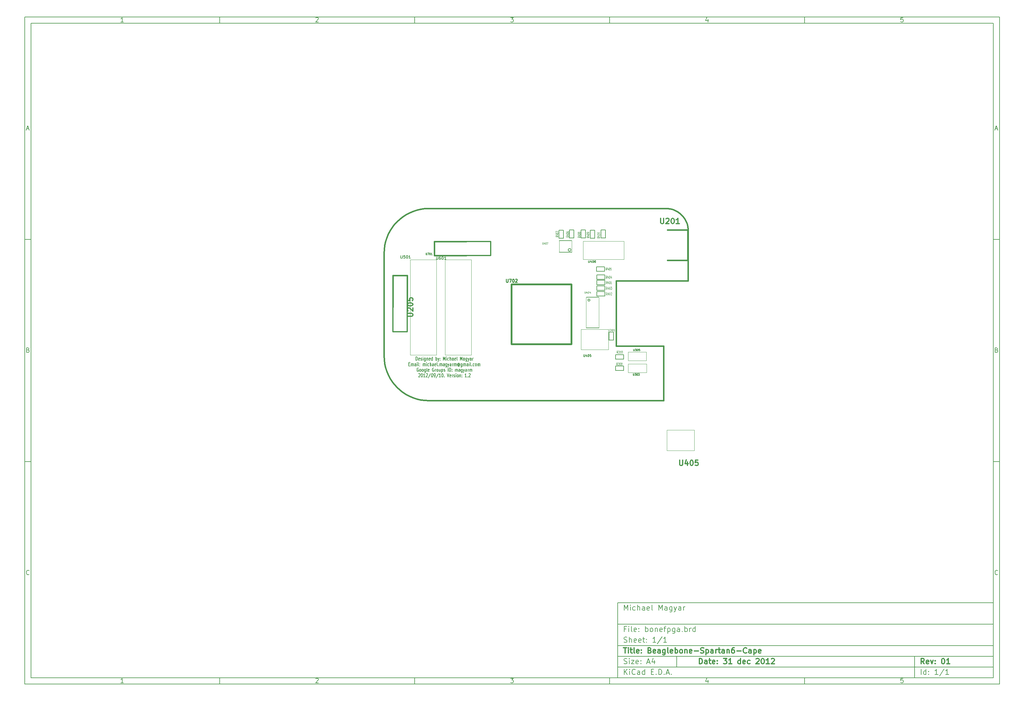
<source format=gto>
G04 (created by PCBNEW-RS274X (2012-jan-04)-stable) date Mon Dec 31 11:21:29 2012*
G01*
G70*
G90*
%MOIN*%
G04 Gerber Fmt 3.4, Leading zero omitted, Abs format*
%FSLAX34Y34*%
G04 APERTURE LIST*
%ADD10C,0.006000*%
%ADD11C,0.012000*%
%ADD12C,0.007400*%
%ADD13C,0.015000*%
%ADD14C,0.003900*%
%ADD15C,0.011800*%
%ADD16C,0.008000*%
%ADD17C,0.005000*%
%ADD18C,0.020100*%
%ADD19C,0.007900*%
%ADD20C,0.005200*%
%ADD21C,0.004300*%
%ADD22C,0.004500*%
%ADD23C,0.005900*%
%ADD24C,0.008800*%
G04 APERTURE END LIST*
G54D10*
X04000Y-04000D02*
X113000Y-04000D01*
X113000Y-78670D01*
X04000Y-78670D01*
X04000Y-04000D01*
X04700Y-04700D02*
X112300Y-04700D01*
X112300Y-77970D01*
X04700Y-77970D01*
X04700Y-04700D01*
X25800Y-04000D02*
X25800Y-04700D01*
X15043Y-04552D02*
X14757Y-04552D01*
X14900Y-04552D02*
X14900Y-04052D01*
X14852Y-04124D01*
X14805Y-04171D01*
X14757Y-04195D01*
X25800Y-78670D02*
X25800Y-77970D01*
X15043Y-78522D02*
X14757Y-78522D01*
X14900Y-78522D02*
X14900Y-78022D01*
X14852Y-78094D01*
X14805Y-78141D01*
X14757Y-78165D01*
X47600Y-04000D02*
X47600Y-04700D01*
X36557Y-04100D02*
X36581Y-04076D01*
X36629Y-04052D01*
X36748Y-04052D01*
X36795Y-04076D01*
X36819Y-04100D01*
X36843Y-04148D01*
X36843Y-04195D01*
X36819Y-04267D01*
X36533Y-04552D01*
X36843Y-04552D01*
X47600Y-78670D02*
X47600Y-77970D01*
X36557Y-78070D02*
X36581Y-78046D01*
X36629Y-78022D01*
X36748Y-78022D01*
X36795Y-78046D01*
X36819Y-78070D01*
X36843Y-78118D01*
X36843Y-78165D01*
X36819Y-78237D01*
X36533Y-78522D01*
X36843Y-78522D01*
X69400Y-04000D02*
X69400Y-04700D01*
X58333Y-04052D02*
X58643Y-04052D01*
X58476Y-04243D01*
X58548Y-04243D01*
X58595Y-04267D01*
X58619Y-04290D01*
X58643Y-04338D01*
X58643Y-04457D01*
X58619Y-04505D01*
X58595Y-04529D01*
X58548Y-04552D01*
X58405Y-04552D01*
X58357Y-04529D01*
X58333Y-04505D01*
X69400Y-78670D02*
X69400Y-77970D01*
X58333Y-78022D02*
X58643Y-78022D01*
X58476Y-78213D01*
X58548Y-78213D01*
X58595Y-78237D01*
X58619Y-78260D01*
X58643Y-78308D01*
X58643Y-78427D01*
X58619Y-78475D01*
X58595Y-78499D01*
X58548Y-78522D01*
X58405Y-78522D01*
X58357Y-78499D01*
X58333Y-78475D01*
X91200Y-04000D02*
X91200Y-04700D01*
X80395Y-04219D02*
X80395Y-04552D01*
X80276Y-04029D02*
X80157Y-04386D01*
X80467Y-04386D01*
X91200Y-78670D02*
X91200Y-77970D01*
X80395Y-78189D02*
X80395Y-78522D01*
X80276Y-77999D02*
X80157Y-78356D01*
X80467Y-78356D01*
X102219Y-04052D02*
X101981Y-04052D01*
X101957Y-04290D01*
X101981Y-04267D01*
X102029Y-04243D01*
X102148Y-04243D01*
X102195Y-04267D01*
X102219Y-04290D01*
X102243Y-04338D01*
X102243Y-04457D01*
X102219Y-04505D01*
X102195Y-04529D01*
X102148Y-04552D01*
X102029Y-04552D01*
X101981Y-04529D01*
X101957Y-04505D01*
X102219Y-78022D02*
X101981Y-78022D01*
X101957Y-78260D01*
X101981Y-78237D01*
X102029Y-78213D01*
X102148Y-78213D01*
X102195Y-78237D01*
X102219Y-78260D01*
X102243Y-78308D01*
X102243Y-78427D01*
X102219Y-78475D01*
X102195Y-78499D01*
X102148Y-78522D01*
X102029Y-78522D01*
X101981Y-78499D01*
X101957Y-78475D01*
X04000Y-28890D02*
X04700Y-28890D01*
X04231Y-16510D02*
X04469Y-16510D01*
X04184Y-16652D02*
X04350Y-16152D01*
X04517Y-16652D01*
X113000Y-28890D02*
X112300Y-28890D01*
X112531Y-16510D02*
X112769Y-16510D01*
X112484Y-16652D02*
X112650Y-16152D01*
X112817Y-16652D01*
X04000Y-53780D02*
X04700Y-53780D01*
X04386Y-41280D02*
X04457Y-41304D01*
X04481Y-41328D01*
X04505Y-41376D01*
X04505Y-41447D01*
X04481Y-41495D01*
X04457Y-41519D01*
X04410Y-41542D01*
X04219Y-41542D01*
X04219Y-41042D01*
X04386Y-41042D01*
X04433Y-41066D01*
X04457Y-41090D01*
X04481Y-41138D01*
X04481Y-41185D01*
X04457Y-41233D01*
X04433Y-41257D01*
X04386Y-41280D01*
X04219Y-41280D01*
X113000Y-53780D02*
X112300Y-53780D01*
X112686Y-41280D02*
X112757Y-41304D01*
X112781Y-41328D01*
X112805Y-41376D01*
X112805Y-41447D01*
X112781Y-41495D01*
X112757Y-41519D01*
X112710Y-41542D01*
X112519Y-41542D01*
X112519Y-41042D01*
X112686Y-41042D01*
X112733Y-41066D01*
X112757Y-41090D01*
X112781Y-41138D01*
X112781Y-41185D01*
X112757Y-41233D01*
X112733Y-41257D01*
X112686Y-41280D01*
X112519Y-41280D01*
X04505Y-66385D02*
X04481Y-66409D01*
X04410Y-66432D01*
X04362Y-66432D01*
X04290Y-66409D01*
X04243Y-66361D01*
X04219Y-66313D01*
X04195Y-66218D01*
X04195Y-66147D01*
X04219Y-66051D01*
X04243Y-66004D01*
X04290Y-65956D01*
X04362Y-65932D01*
X04410Y-65932D01*
X04481Y-65956D01*
X04505Y-65980D01*
X112805Y-66385D02*
X112781Y-66409D01*
X112710Y-66432D01*
X112662Y-66432D01*
X112590Y-66409D01*
X112543Y-66361D01*
X112519Y-66313D01*
X112495Y-66218D01*
X112495Y-66147D01*
X112519Y-66051D01*
X112543Y-66004D01*
X112590Y-65956D01*
X112662Y-65932D01*
X112710Y-65932D01*
X112781Y-65956D01*
X112805Y-65980D01*
G54D11*
X79443Y-76413D02*
X79443Y-75813D01*
X79586Y-75813D01*
X79671Y-75841D01*
X79729Y-75899D01*
X79757Y-75956D01*
X79786Y-76070D01*
X79786Y-76156D01*
X79757Y-76270D01*
X79729Y-76327D01*
X79671Y-76384D01*
X79586Y-76413D01*
X79443Y-76413D01*
X80300Y-76413D02*
X80300Y-76099D01*
X80271Y-76041D01*
X80214Y-76013D01*
X80100Y-76013D01*
X80043Y-76041D01*
X80300Y-76384D02*
X80243Y-76413D01*
X80100Y-76413D01*
X80043Y-76384D01*
X80014Y-76327D01*
X80014Y-76270D01*
X80043Y-76213D01*
X80100Y-76184D01*
X80243Y-76184D01*
X80300Y-76156D01*
X80500Y-76013D02*
X80729Y-76013D01*
X80586Y-75813D02*
X80586Y-76327D01*
X80614Y-76384D01*
X80672Y-76413D01*
X80729Y-76413D01*
X81157Y-76384D02*
X81100Y-76413D01*
X80986Y-76413D01*
X80929Y-76384D01*
X80900Y-76327D01*
X80900Y-76099D01*
X80929Y-76041D01*
X80986Y-76013D01*
X81100Y-76013D01*
X81157Y-76041D01*
X81186Y-76099D01*
X81186Y-76156D01*
X80900Y-76213D01*
X81443Y-76356D02*
X81471Y-76384D01*
X81443Y-76413D01*
X81414Y-76384D01*
X81443Y-76356D01*
X81443Y-76413D01*
X81443Y-76041D02*
X81471Y-76070D01*
X81443Y-76099D01*
X81414Y-76070D01*
X81443Y-76041D01*
X81443Y-76099D01*
X82129Y-75813D02*
X82500Y-75813D01*
X82300Y-76041D01*
X82386Y-76041D01*
X82443Y-76070D01*
X82472Y-76099D01*
X82500Y-76156D01*
X82500Y-76299D01*
X82472Y-76356D01*
X82443Y-76384D01*
X82386Y-76413D01*
X82214Y-76413D01*
X82157Y-76384D01*
X82129Y-76356D01*
X83071Y-76413D02*
X82728Y-76413D01*
X82900Y-76413D02*
X82900Y-75813D01*
X82843Y-75899D01*
X82785Y-75956D01*
X82728Y-75984D01*
X84042Y-76413D02*
X84042Y-75813D01*
X84042Y-76384D02*
X83985Y-76413D01*
X83871Y-76413D01*
X83813Y-76384D01*
X83785Y-76356D01*
X83756Y-76299D01*
X83756Y-76127D01*
X83785Y-76070D01*
X83813Y-76041D01*
X83871Y-76013D01*
X83985Y-76013D01*
X84042Y-76041D01*
X84556Y-76384D02*
X84499Y-76413D01*
X84385Y-76413D01*
X84328Y-76384D01*
X84299Y-76327D01*
X84299Y-76099D01*
X84328Y-76041D01*
X84385Y-76013D01*
X84499Y-76013D01*
X84556Y-76041D01*
X84585Y-76099D01*
X84585Y-76156D01*
X84299Y-76213D01*
X85099Y-76384D02*
X85042Y-76413D01*
X84928Y-76413D01*
X84870Y-76384D01*
X84842Y-76356D01*
X84813Y-76299D01*
X84813Y-76127D01*
X84842Y-76070D01*
X84870Y-76041D01*
X84928Y-76013D01*
X85042Y-76013D01*
X85099Y-76041D01*
X85784Y-75870D02*
X85813Y-75841D01*
X85870Y-75813D01*
X86013Y-75813D01*
X86070Y-75841D01*
X86099Y-75870D01*
X86127Y-75927D01*
X86127Y-75984D01*
X86099Y-76070D01*
X85756Y-76413D01*
X86127Y-76413D01*
X86498Y-75813D02*
X86555Y-75813D01*
X86612Y-75841D01*
X86641Y-75870D01*
X86670Y-75927D01*
X86698Y-76041D01*
X86698Y-76184D01*
X86670Y-76299D01*
X86641Y-76356D01*
X86612Y-76384D01*
X86555Y-76413D01*
X86498Y-76413D01*
X86441Y-76384D01*
X86412Y-76356D01*
X86384Y-76299D01*
X86355Y-76184D01*
X86355Y-76041D01*
X86384Y-75927D01*
X86412Y-75870D01*
X86441Y-75841D01*
X86498Y-75813D01*
X87269Y-76413D02*
X86926Y-76413D01*
X87098Y-76413D02*
X87098Y-75813D01*
X87041Y-75899D01*
X86983Y-75956D01*
X86926Y-75984D01*
X87497Y-75870D02*
X87526Y-75841D01*
X87583Y-75813D01*
X87726Y-75813D01*
X87783Y-75841D01*
X87812Y-75870D01*
X87840Y-75927D01*
X87840Y-75984D01*
X87812Y-76070D01*
X87469Y-76413D01*
X87840Y-76413D01*
G54D10*
X71043Y-77613D02*
X71043Y-77013D01*
X71386Y-77613D02*
X71129Y-77270D01*
X71386Y-77013D02*
X71043Y-77356D01*
X71643Y-77613D02*
X71643Y-77213D01*
X71643Y-77013D02*
X71614Y-77041D01*
X71643Y-77070D01*
X71671Y-77041D01*
X71643Y-77013D01*
X71643Y-77070D01*
X72272Y-77556D02*
X72243Y-77584D01*
X72157Y-77613D01*
X72100Y-77613D01*
X72015Y-77584D01*
X71957Y-77527D01*
X71929Y-77470D01*
X71900Y-77356D01*
X71900Y-77270D01*
X71929Y-77156D01*
X71957Y-77099D01*
X72015Y-77041D01*
X72100Y-77013D01*
X72157Y-77013D01*
X72243Y-77041D01*
X72272Y-77070D01*
X72786Y-77613D02*
X72786Y-77299D01*
X72757Y-77241D01*
X72700Y-77213D01*
X72586Y-77213D01*
X72529Y-77241D01*
X72786Y-77584D02*
X72729Y-77613D01*
X72586Y-77613D01*
X72529Y-77584D01*
X72500Y-77527D01*
X72500Y-77470D01*
X72529Y-77413D01*
X72586Y-77384D01*
X72729Y-77384D01*
X72786Y-77356D01*
X73329Y-77613D02*
X73329Y-77013D01*
X73329Y-77584D02*
X73272Y-77613D01*
X73158Y-77613D01*
X73100Y-77584D01*
X73072Y-77556D01*
X73043Y-77499D01*
X73043Y-77327D01*
X73072Y-77270D01*
X73100Y-77241D01*
X73158Y-77213D01*
X73272Y-77213D01*
X73329Y-77241D01*
X74072Y-77299D02*
X74272Y-77299D01*
X74358Y-77613D02*
X74072Y-77613D01*
X74072Y-77013D01*
X74358Y-77013D01*
X74615Y-77556D02*
X74643Y-77584D01*
X74615Y-77613D01*
X74586Y-77584D01*
X74615Y-77556D01*
X74615Y-77613D01*
X74901Y-77613D02*
X74901Y-77013D01*
X75044Y-77013D01*
X75129Y-77041D01*
X75187Y-77099D01*
X75215Y-77156D01*
X75244Y-77270D01*
X75244Y-77356D01*
X75215Y-77470D01*
X75187Y-77527D01*
X75129Y-77584D01*
X75044Y-77613D01*
X74901Y-77613D01*
X75501Y-77556D02*
X75529Y-77584D01*
X75501Y-77613D01*
X75472Y-77584D01*
X75501Y-77556D01*
X75501Y-77613D01*
X75758Y-77441D02*
X76044Y-77441D01*
X75701Y-77613D02*
X75901Y-77013D01*
X76101Y-77613D01*
X76301Y-77556D02*
X76329Y-77584D01*
X76301Y-77613D01*
X76272Y-77584D01*
X76301Y-77556D01*
X76301Y-77613D01*
G54D11*
X104586Y-76413D02*
X104386Y-76127D01*
X104243Y-76413D02*
X104243Y-75813D01*
X104471Y-75813D01*
X104529Y-75841D01*
X104557Y-75870D01*
X104586Y-75927D01*
X104586Y-76013D01*
X104557Y-76070D01*
X104529Y-76099D01*
X104471Y-76127D01*
X104243Y-76127D01*
X105071Y-76384D02*
X105014Y-76413D01*
X104900Y-76413D01*
X104843Y-76384D01*
X104814Y-76327D01*
X104814Y-76099D01*
X104843Y-76041D01*
X104900Y-76013D01*
X105014Y-76013D01*
X105071Y-76041D01*
X105100Y-76099D01*
X105100Y-76156D01*
X104814Y-76213D01*
X105300Y-76013D02*
X105443Y-76413D01*
X105585Y-76013D01*
X105814Y-76356D02*
X105842Y-76384D01*
X105814Y-76413D01*
X105785Y-76384D01*
X105814Y-76356D01*
X105814Y-76413D01*
X105814Y-76041D02*
X105842Y-76070D01*
X105814Y-76099D01*
X105785Y-76070D01*
X105814Y-76041D01*
X105814Y-76099D01*
X106671Y-75813D02*
X106728Y-75813D01*
X106785Y-75841D01*
X106814Y-75870D01*
X106843Y-75927D01*
X106871Y-76041D01*
X106871Y-76184D01*
X106843Y-76299D01*
X106814Y-76356D01*
X106785Y-76384D01*
X106728Y-76413D01*
X106671Y-76413D01*
X106614Y-76384D01*
X106585Y-76356D01*
X106557Y-76299D01*
X106528Y-76184D01*
X106528Y-76041D01*
X106557Y-75927D01*
X106585Y-75870D01*
X106614Y-75841D01*
X106671Y-75813D01*
X107442Y-76413D02*
X107099Y-76413D01*
X107271Y-76413D02*
X107271Y-75813D01*
X107214Y-75899D01*
X107156Y-75956D01*
X107099Y-75984D01*
G54D10*
X71014Y-76384D02*
X71100Y-76413D01*
X71243Y-76413D01*
X71300Y-76384D01*
X71329Y-76356D01*
X71357Y-76299D01*
X71357Y-76241D01*
X71329Y-76184D01*
X71300Y-76156D01*
X71243Y-76127D01*
X71129Y-76099D01*
X71071Y-76070D01*
X71043Y-76041D01*
X71014Y-75984D01*
X71014Y-75927D01*
X71043Y-75870D01*
X71071Y-75841D01*
X71129Y-75813D01*
X71271Y-75813D01*
X71357Y-75841D01*
X71614Y-76413D02*
X71614Y-76013D01*
X71614Y-75813D02*
X71585Y-75841D01*
X71614Y-75870D01*
X71642Y-75841D01*
X71614Y-75813D01*
X71614Y-75870D01*
X71843Y-76013D02*
X72157Y-76013D01*
X71843Y-76413D01*
X72157Y-76413D01*
X72614Y-76384D02*
X72557Y-76413D01*
X72443Y-76413D01*
X72386Y-76384D01*
X72357Y-76327D01*
X72357Y-76099D01*
X72386Y-76041D01*
X72443Y-76013D01*
X72557Y-76013D01*
X72614Y-76041D01*
X72643Y-76099D01*
X72643Y-76156D01*
X72357Y-76213D01*
X72900Y-76356D02*
X72928Y-76384D01*
X72900Y-76413D01*
X72871Y-76384D01*
X72900Y-76356D01*
X72900Y-76413D01*
X72900Y-76041D02*
X72928Y-76070D01*
X72900Y-76099D01*
X72871Y-76070D01*
X72900Y-76041D01*
X72900Y-76099D01*
X73614Y-76241D02*
X73900Y-76241D01*
X73557Y-76413D02*
X73757Y-75813D01*
X73957Y-76413D01*
X74414Y-76013D02*
X74414Y-76413D01*
X74271Y-75784D02*
X74128Y-76213D01*
X74500Y-76213D01*
X104243Y-77613D02*
X104243Y-77013D01*
X104786Y-77613D02*
X104786Y-77013D01*
X104786Y-77584D02*
X104729Y-77613D01*
X104615Y-77613D01*
X104557Y-77584D01*
X104529Y-77556D01*
X104500Y-77499D01*
X104500Y-77327D01*
X104529Y-77270D01*
X104557Y-77241D01*
X104615Y-77213D01*
X104729Y-77213D01*
X104786Y-77241D01*
X105072Y-77556D02*
X105100Y-77584D01*
X105072Y-77613D01*
X105043Y-77584D01*
X105072Y-77556D01*
X105072Y-77613D01*
X105072Y-77241D02*
X105100Y-77270D01*
X105072Y-77299D01*
X105043Y-77270D01*
X105072Y-77241D01*
X105072Y-77299D01*
X106129Y-77613D02*
X105786Y-77613D01*
X105958Y-77613D02*
X105958Y-77013D01*
X105901Y-77099D01*
X105843Y-77156D01*
X105786Y-77184D01*
X106814Y-76984D02*
X106300Y-77756D01*
X107329Y-77613D02*
X106986Y-77613D01*
X107158Y-77613D02*
X107158Y-77013D01*
X107101Y-77099D01*
X107043Y-77156D01*
X106986Y-77184D01*
G54D11*
X70957Y-74613D02*
X71300Y-74613D01*
X71129Y-75213D02*
X71129Y-74613D01*
X71500Y-75213D02*
X71500Y-74813D01*
X71500Y-74613D02*
X71471Y-74641D01*
X71500Y-74670D01*
X71528Y-74641D01*
X71500Y-74613D01*
X71500Y-74670D01*
X71700Y-74813D02*
X71929Y-74813D01*
X71786Y-74613D02*
X71786Y-75127D01*
X71814Y-75184D01*
X71872Y-75213D01*
X71929Y-75213D01*
X72215Y-75213D02*
X72157Y-75184D01*
X72129Y-75127D01*
X72129Y-74613D01*
X72671Y-75184D02*
X72614Y-75213D01*
X72500Y-75213D01*
X72443Y-75184D01*
X72414Y-75127D01*
X72414Y-74899D01*
X72443Y-74841D01*
X72500Y-74813D01*
X72614Y-74813D01*
X72671Y-74841D01*
X72700Y-74899D01*
X72700Y-74956D01*
X72414Y-75013D01*
X72957Y-75156D02*
X72985Y-75184D01*
X72957Y-75213D01*
X72928Y-75184D01*
X72957Y-75156D01*
X72957Y-75213D01*
X72957Y-74841D02*
X72985Y-74870D01*
X72957Y-74899D01*
X72928Y-74870D01*
X72957Y-74841D01*
X72957Y-74899D01*
X73900Y-74899D02*
X73986Y-74927D01*
X74014Y-74956D01*
X74043Y-75013D01*
X74043Y-75099D01*
X74014Y-75156D01*
X73986Y-75184D01*
X73928Y-75213D01*
X73700Y-75213D01*
X73700Y-74613D01*
X73900Y-74613D01*
X73957Y-74641D01*
X73986Y-74670D01*
X74014Y-74727D01*
X74014Y-74784D01*
X73986Y-74841D01*
X73957Y-74870D01*
X73900Y-74899D01*
X73700Y-74899D01*
X74528Y-75184D02*
X74471Y-75213D01*
X74357Y-75213D01*
X74300Y-75184D01*
X74271Y-75127D01*
X74271Y-74899D01*
X74300Y-74841D01*
X74357Y-74813D01*
X74471Y-74813D01*
X74528Y-74841D01*
X74557Y-74899D01*
X74557Y-74956D01*
X74271Y-75013D01*
X75071Y-75213D02*
X75071Y-74899D01*
X75042Y-74841D01*
X74985Y-74813D01*
X74871Y-74813D01*
X74814Y-74841D01*
X75071Y-75184D02*
X75014Y-75213D01*
X74871Y-75213D01*
X74814Y-75184D01*
X74785Y-75127D01*
X74785Y-75070D01*
X74814Y-75013D01*
X74871Y-74984D01*
X75014Y-74984D01*
X75071Y-74956D01*
X75614Y-74813D02*
X75614Y-75299D01*
X75585Y-75356D01*
X75557Y-75384D01*
X75500Y-75413D01*
X75414Y-75413D01*
X75357Y-75384D01*
X75614Y-75184D02*
X75557Y-75213D01*
X75443Y-75213D01*
X75385Y-75184D01*
X75357Y-75156D01*
X75328Y-75099D01*
X75328Y-74927D01*
X75357Y-74870D01*
X75385Y-74841D01*
X75443Y-74813D01*
X75557Y-74813D01*
X75614Y-74841D01*
X75986Y-75213D02*
X75928Y-75184D01*
X75900Y-75127D01*
X75900Y-74613D01*
X76442Y-75184D02*
X76385Y-75213D01*
X76271Y-75213D01*
X76214Y-75184D01*
X76185Y-75127D01*
X76185Y-74899D01*
X76214Y-74841D01*
X76271Y-74813D01*
X76385Y-74813D01*
X76442Y-74841D01*
X76471Y-74899D01*
X76471Y-74956D01*
X76185Y-75013D01*
X76728Y-75213D02*
X76728Y-74613D01*
X76728Y-74841D02*
X76785Y-74813D01*
X76899Y-74813D01*
X76956Y-74841D01*
X76985Y-74870D01*
X77014Y-74927D01*
X77014Y-75099D01*
X76985Y-75156D01*
X76956Y-75184D01*
X76899Y-75213D01*
X76785Y-75213D01*
X76728Y-75184D01*
X77357Y-75213D02*
X77299Y-75184D01*
X77271Y-75156D01*
X77242Y-75099D01*
X77242Y-74927D01*
X77271Y-74870D01*
X77299Y-74841D01*
X77357Y-74813D01*
X77442Y-74813D01*
X77499Y-74841D01*
X77528Y-74870D01*
X77557Y-74927D01*
X77557Y-75099D01*
X77528Y-75156D01*
X77499Y-75184D01*
X77442Y-75213D01*
X77357Y-75213D01*
X77814Y-74813D02*
X77814Y-75213D01*
X77814Y-74870D02*
X77842Y-74841D01*
X77900Y-74813D01*
X77985Y-74813D01*
X78042Y-74841D01*
X78071Y-74899D01*
X78071Y-75213D01*
X78585Y-75184D02*
X78528Y-75213D01*
X78414Y-75213D01*
X78357Y-75184D01*
X78328Y-75127D01*
X78328Y-74899D01*
X78357Y-74841D01*
X78414Y-74813D01*
X78528Y-74813D01*
X78585Y-74841D01*
X78614Y-74899D01*
X78614Y-74956D01*
X78328Y-75013D01*
X78871Y-74984D02*
X79328Y-74984D01*
X79585Y-75184D02*
X79671Y-75213D01*
X79814Y-75213D01*
X79871Y-75184D01*
X79900Y-75156D01*
X79928Y-75099D01*
X79928Y-75041D01*
X79900Y-74984D01*
X79871Y-74956D01*
X79814Y-74927D01*
X79700Y-74899D01*
X79642Y-74870D01*
X79614Y-74841D01*
X79585Y-74784D01*
X79585Y-74727D01*
X79614Y-74670D01*
X79642Y-74641D01*
X79700Y-74613D01*
X79842Y-74613D01*
X79928Y-74641D01*
X80185Y-74813D02*
X80185Y-75413D01*
X80185Y-74841D02*
X80242Y-74813D01*
X80356Y-74813D01*
X80413Y-74841D01*
X80442Y-74870D01*
X80471Y-74927D01*
X80471Y-75099D01*
X80442Y-75156D01*
X80413Y-75184D01*
X80356Y-75213D01*
X80242Y-75213D01*
X80185Y-75184D01*
X80985Y-75213D02*
X80985Y-74899D01*
X80956Y-74841D01*
X80899Y-74813D01*
X80785Y-74813D01*
X80728Y-74841D01*
X80985Y-75184D02*
X80928Y-75213D01*
X80785Y-75213D01*
X80728Y-75184D01*
X80699Y-75127D01*
X80699Y-75070D01*
X80728Y-75013D01*
X80785Y-74984D01*
X80928Y-74984D01*
X80985Y-74956D01*
X81271Y-75213D02*
X81271Y-74813D01*
X81271Y-74927D02*
X81299Y-74870D01*
X81328Y-74841D01*
X81385Y-74813D01*
X81442Y-74813D01*
X81556Y-74813D02*
X81785Y-74813D01*
X81642Y-74613D02*
X81642Y-75127D01*
X81670Y-75184D01*
X81728Y-75213D01*
X81785Y-75213D01*
X82242Y-75213D02*
X82242Y-74899D01*
X82213Y-74841D01*
X82156Y-74813D01*
X82042Y-74813D01*
X81985Y-74841D01*
X82242Y-75184D02*
X82185Y-75213D01*
X82042Y-75213D01*
X81985Y-75184D01*
X81956Y-75127D01*
X81956Y-75070D01*
X81985Y-75013D01*
X82042Y-74984D01*
X82185Y-74984D01*
X82242Y-74956D01*
X82528Y-74813D02*
X82528Y-75213D01*
X82528Y-74870D02*
X82556Y-74841D01*
X82614Y-74813D01*
X82699Y-74813D01*
X82756Y-74841D01*
X82785Y-74899D01*
X82785Y-75213D01*
X83328Y-74613D02*
X83214Y-74613D01*
X83157Y-74641D01*
X83128Y-74670D01*
X83071Y-74756D01*
X83042Y-74870D01*
X83042Y-75099D01*
X83071Y-75156D01*
X83099Y-75184D01*
X83157Y-75213D01*
X83271Y-75213D01*
X83328Y-75184D01*
X83357Y-75156D01*
X83385Y-75099D01*
X83385Y-74956D01*
X83357Y-74899D01*
X83328Y-74870D01*
X83271Y-74841D01*
X83157Y-74841D01*
X83099Y-74870D01*
X83071Y-74899D01*
X83042Y-74956D01*
X83642Y-74984D02*
X84099Y-74984D01*
X84728Y-75156D02*
X84699Y-75184D01*
X84613Y-75213D01*
X84556Y-75213D01*
X84471Y-75184D01*
X84413Y-75127D01*
X84385Y-75070D01*
X84356Y-74956D01*
X84356Y-74870D01*
X84385Y-74756D01*
X84413Y-74699D01*
X84471Y-74641D01*
X84556Y-74613D01*
X84613Y-74613D01*
X84699Y-74641D01*
X84728Y-74670D01*
X85242Y-75213D02*
X85242Y-74899D01*
X85213Y-74841D01*
X85156Y-74813D01*
X85042Y-74813D01*
X84985Y-74841D01*
X85242Y-75184D02*
X85185Y-75213D01*
X85042Y-75213D01*
X84985Y-75184D01*
X84956Y-75127D01*
X84956Y-75070D01*
X84985Y-75013D01*
X85042Y-74984D01*
X85185Y-74984D01*
X85242Y-74956D01*
X85528Y-74813D02*
X85528Y-75413D01*
X85528Y-74841D02*
X85585Y-74813D01*
X85699Y-74813D01*
X85756Y-74841D01*
X85785Y-74870D01*
X85814Y-74927D01*
X85814Y-75099D01*
X85785Y-75156D01*
X85756Y-75184D01*
X85699Y-75213D01*
X85585Y-75213D01*
X85528Y-75184D01*
X86299Y-75184D02*
X86242Y-75213D01*
X86128Y-75213D01*
X86071Y-75184D01*
X86042Y-75127D01*
X86042Y-74899D01*
X86071Y-74841D01*
X86128Y-74813D01*
X86242Y-74813D01*
X86299Y-74841D01*
X86328Y-74899D01*
X86328Y-74956D01*
X86042Y-75013D01*
G54D10*
X71243Y-72499D02*
X71043Y-72499D01*
X71043Y-72813D02*
X71043Y-72213D01*
X71329Y-72213D01*
X71557Y-72813D02*
X71557Y-72413D01*
X71557Y-72213D02*
X71528Y-72241D01*
X71557Y-72270D01*
X71585Y-72241D01*
X71557Y-72213D01*
X71557Y-72270D01*
X71929Y-72813D02*
X71871Y-72784D01*
X71843Y-72727D01*
X71843Y-72213D01*
X72385Y-72784D02*
X72328Y-72813D01*
X72214Y-72813D01*
X72157Y-72784D01*
X72128Y-72727D01*
X72128Y-72499D01*
X72157Y-72441D01*
X72214Y-72413D01*
X72328Y-72413D01*
X72385Y-72441D01*
X72414Y-72499D01*
X72414Y-72556D01*
X72128Y-72613D01*
X72671Y-72756D02*
X72699Y-72784D01*
X72671Y-72813D01*
X72642Y-72784D01*
X72671Y-72756D01*
X72671Y-72813D01*
X72671Y-72441D02*
X72699Y-72470D01*
X72671Y-72499D01*
X72642Y-72470D01*
X72671Y-72441D01*
X72671Y-72499D01*
X73414Y-72813D02*
X73414Y-72213D01*
X73414Y-72441D02*
X73471Y-72413D01*
X73585Y-72413D01*
X73642Y-72441D01*
X73671Y-72470D01*
X73700Y-72527D01*
X73700Y-72699D01*
X73671Y-72756D01*
X73642Y-72784D01*
X73585Y-72813D01*
X73471Y-72813D01*
X73414Y-72784D01*
X74043Y-72813D02*
X73985Y-72784D01*
X73957Y-72756D01*
X73928Y-72699D01*
X73928Y-72527D01*
X73957Y-72470D01*
X73985Y-72441D01*
X74043Y-72413D01*
X74128Y-72413D01*
X74185Y-72441D01*
X74214Y-72470D01*
X74243Y-72527D01*
X74243Y-72699D01*
X74214Y-72756D01*
X74185Y-72784D01*
X74128Y-72813D01*
X74043Y-72813D01*
X74500Y-72413D02*
X74500Y-72813D01*
X74500Y-72470D02*
X74528Y-72441D01*
X74586Y-72413D01*
X74671Y-72413D01*
X74728Y-72441D01*
X74757Y-72499D01*
X74757Y-72813D01*
X75271Y-72784D02*
X75214Y-72813D01*
X75100Y-72813D01*
X75043Y-72784D01*
X75014Y-72727D01*
X75014Y-72499D01*
X75043Y-72441D01*
X75100Y-72413D01*
X75214Y-72413D01*
X75271Y-72441D01*
X75300Y-72499D01*
X75300Y-72556D01*
X75014Y-72613D01*
X75471Y-72413D02*
X75700Y-72413D01*
X75557Y-72813D02*
X75557Y-72299D01*
X75585Y-72241D01*
X75643Y-72213D01*
X75700Y-72213D01*
X75900Y-72413D02*
X75900Y-73013D01*
X75900Y-72441D02*
X75957Y-72413D01*
X76071Y-72413D01*
X76128Y-72441D01*
X76157Y-72470D01*
X76186Y-72527D01*
X76186Y-72699D01*
X76157Y-72756D01*
X76128Y-72784D01*
X76071Y-72813D01*
X75957Y-72813D01*
X75900Y-72784D01*
X76700Y-72413D02*
X76700Y-72899D01*
X76671Y-72956D01*
X76643Y-72984D01*
X76586Y-73013D01*
X76500Y-73013D01*
X76443Y-72984D01*
X76700Y-72784D02*
X76643Y-72813D01*
X76529Y-72813D01*
X76471Y-72784D01*
X76443Y-72756D01*
X76414Y-72699D01*
X76414Y-72527D01*
X76443Y-72470D01*
X76471Y-72441D01*
X76529Y-72413D01*
X76643Y-72413D01*
X76700Y-72441D01*
X77243Y-72813D02*
X77243Y-72499D01*
X77214Y-72441D01*
X77157Y-72413D01*
X77043Y-72413D01*
X76986Y-72441D01*
X77243Y-72784D02*
X77186Y-72813D01*
X77043Y-72813D01*
X76986Y-72784D01*
X76957Y-72727D01*
X76957Y-72670D01*
X76986Y-72613D01*
X77043Y-72584D01*
X77186Y-72584D01*
X77243Y-72556D01*
X77529Y-72756D02*
X77557Y-72784D01*
X77529Y-72813D01*
X77500Y-72784D01*
X77529Y-72756D01*
X77529Y-72813D01*
X77815Y-72813D02*
X77815Y-72213D01*
X77815Y-72441D02*
X77872Y-72413D01*
X77986Y-72413D01*
X78043Y-72441D01*
X78072Y-72470D01*
X78101Y-72527D01*
X78101Y-72699D01*
X78072Y-72756D01*
X78043Y-72784D01*
X77986Y-72813D01*
X77872Y-72813D01*
X77815Y-72784D01*
X78358Y-72813D02*
X78358Y-72413D01*
X78358Y-72527D02*
X78386Y-72470D01*
X78415Y-72441D01*
X78472Y-72413D01*
X78529Y-72413D01*
X78986Y-72813D02*
X78986Y-72213D01*
X78986Y-72784D02*
X78929Y-72813D01*
X78815Y-72813D01*
X78757Y-72784D01*
X78729Y-72756D01*
X78700Y-72699D01*
X78700Y-72527D01*
X78729Y-72470D01*
X78757Y-72441D01*
X78815Y-72413D01*
X78929Y-72413D01*
X78986Y-72441D01*
X71014Y-73984D02*
X71100Y-74013D01*
X71243Y-74013D01*
X71300Y-73984D01*
X71329Y-73956D01*
X71357Y-73899D01*
X71357Y-73841D01*
X71329Y-73784D01*
X71300Y-73756D01*
X71243Y-73727D01*
X71129Y-73699D01*
X71071Y-73670D01*
X71043Y-73641D01*
X71014Y-73584D01*
X71014Y-73527D01*
X71043Y-73470D01*
X71071Y-73441D01*
X71129Y-73413D01*
X71271Y-73413D01*
X71357Y-73441D01*
X71614Y-74013D02*
X71614Y-73413D01*
X71871Y-74013D02*
X71871Y-73699D01*
X71842Y-73641D01*
X71785Y-73613D01*
X71700Y-73613D01*
X71642Y-73641D01*
X71614Y-73670D01*
X72385Y-73984D02*
X72328Y-74013D01*
X72214Y-74013D01*
X72157Y-73984D01*
X72128Y-73927D01*
X72128Y-73699D01*
X72157Y-73641D01*
X72214Y-73613D01*
X72328Y-73613D01*
X72385Y-73641D01*
X72414Y-73699D01*
X72414Y-73756D01*
X72128Y-73813D01*
X72899Y-73984D02*
X72842Y-74013D01*
X72728Y-74013D01*
X72671Y-73984D01*
X72642Y-73927D01*
X72642Y-73699D01*
X72671Y-73641D01*
X72728Y-73613D01*
X72842Y-73613D01*
X72899Y-73641D01*
X72928Y-73699D01*
X72928Y-73756D01*
X72642Y-73813D01*
X73099Y-73613D02*
X73328Y-73613D01*
X73185Y-73413D02*
X73185Y-73927D01*
X73213Y-73984D01*
X73271Y-74013D01*
X73328Y-74013D01*
X73528Y-73956D02*
X73556Y-73984D01*
X73528Y-74013D01*
X73499Y-73984D01*
X73528Y-73956D01*
X73528Y-74013D01*
X73528Y-73641D02*
X73556Y-73670D01*
X73528Y-73699D01*
X73499Y-73670D01*
X73528Y-73641D01*
X73528Y-73699D01*
X74585Y-74013D02*
X74242Y-74013D01*
X74414Y-74013D02*
X74414Y-73413D01*
X74357Y-73499D01*
X74299Y-73556D01*
X74242Y-73584D01*
X75270Y-73384D02*
X74756Y-74156D01*
X75785Y-74013D02*
X75442Y-74013D01*
X75614Y-74013D02*
X75614Y-73413D01*
X75557Y-73499D01*
X75499Y-73556D01*
X75442Y-73584D01*
X71043Y-70413D02*
X71043Y-69813D01*
X71243Y-70241D01*
X71443Y-69813D01*
X71443Y-70413D01*
X71729Y-70413D02*
X71729Y-70013D01*
X71729Y-69813D02*
X71700Y-69841D01*
X71729Y-69870D01*
X71757Y-69841D01*
X71729Y-69813D01*
X71729Y-69870D01*
X72272Y-70384D02*
X72215Y-70413D01*
X72101Y-70413D01*
X72043Y-70384D01*
X72015Y-70356D01*
X71986Y-70299D01*
X71986Y-70127D01*
X72015Y-70070D01*
X72043Y-70041D01*
X72101Y-70013D01*
X72215Y-70013D01*
X72272Y-70041D01*
X72529Y-70413D02*
X72529Y-69813D01*
X72786Y-70413D02*
X72786Y-70099D01*
X72757Y-70041D01*
X72700Y-70013D01*
X72615Y-70013D01*
X72557Y-70041D01*
X72529Y-70070D01*
X73329Y-70413D02*
X73329Y-70099D01*
X73300Y-70041D01*
X73243Y-70013D01*
X73129Y-70013D01*
X73072Y-70041D01*
X73329Y-70384D02*
X73272Y-70413D01*
X73129Y-70413D01*
X73072Y-70384D01*
X73043Y-70327D01*
X73043Y-70270D01*
X73072Y-70213D01*
X73129Y-70184D01*
X73272Y-70184D01*
X73329Y-70156D01*
X73843Y-70384D02*
X73786Y-70413D01*
X73672Y-70413D01*
X73615Y-70384D01*
X73586Y-70327D01*
X73586Y-70099D01*
X73615Y-70041D01*
X73672Y-70013D01*
X73786Y-70013D01*
X73843Y-70041D01*
X73872Y-70099D01*
X73872Y-70156D01*
X73586Y-70213D01*
X74215Y-70413D02*
X74157Y-70384D01*
X74129Y-70327D01*
X74129Y-69813D01*
X74900Y-70413D02*
X74900Y-69813D01*
X75100Y-70241D01*
X75300Y-69813D01*
X75300Y-70413D01*
X75843Y-70413D02*
X75843Y-70099D01*
X75814Y-70041D01*
X75757Y-70013D01*
X75643Y-70013D01*
X75586Y-70041D01*
X75843Y-70384D02*
X75786Y-70413D01*
X75643Y-70413D01*
X75586Y-70384D01*
X75557Y-70327D01*
X75557Y-70270D01*
X75586Y-70213D01*
X75643Y-70184D01*
X75786Y-70184D01*
X75843Y-70156D01*
X76386Y-70013D02*
X76386Y-70499D01*
X76357Y-70556D01*
X76329Y-70584D01*
X76272Y-70613D01*
X76186Y-70613D01*
X76129Y-70584D01*
X76386Y-70384D02*
X76329Y-70413D01*
X76215Y-70413D01*
X76157Y-70384D01*
X76129Y-70356D01*
X76100Y-70299D01*
X76100Y-70127D01*
X76129Y-70070D01*
X76157Y-70041D01*
X76215Y-70013D01*
X76329Y-70013D01*
X76386Y-70041D01*
X76615Y-70013D02*
X76758Y-70413D01*
X76900Y-70013D02*
X76758Y-70413D01*
X76700Y-70556D01*
X76672Y-70584D01*
X76615Y-70613D01*
X77386Y-70413D02*
X77386Y-70099D01*
X77357Y-70041D01*
X77300Y-70013D01*
X77186Y-70013D01*
X77129Y-70041D01*
X77386Y-70384D02*
X77329Y-70413D01*
X77186Y-70413D01*
X77129Y-70384D01*
X77100Y-70327D01*
X77100Y-70270D01*
X77129Y-70213D01*
X77186Y-70184D01*
X77329Y-70184D01*
X77386Y-70156D01*
X77672Y-70413D02*
X77672Y-70013D01*
X77672Y-70127D02*
X77700Y-70070D01*
X77729Y-70041D01*
X77786Y-70013D01*
X77843Y-70013D01*
X70300Y-69570D02*
X70300Y-77970D01*
X70300Y-71970D02*
X112300Y-71970D01*
X70300Y-69570D02*
X112300Y-69570D01*
X70300Y-74370D02*
X112300Y-74370D01*
X103500Y-75570D02*
X103500Y-77970D01*
X70300Y-76770D02*
X112300Y-76770D01*
X70300Y-75570D02*
X112300Y-75570D01*
X76900Y-75570D02*
X76900Y-76770D01*
G54D12*
X47754Y-42431D02*
X47754Y-42037D01*
X47824Y-42037D01*
X47867Y-42056D01*
X47895Y-42094D01*
X47909Y-42131D01*
X47923Y-42206D01*
X47923Y-42263D01*
X47909Y-42338D01*
X47895Y-42375D01*
X47867Y-42413D01*
X47824Y-42431D01*
X47754Y-42431D01*
X48162Y-42413D02*
X48134Y-42431D01*
X48077Y-42431D01*
X48049Y-42413D01*
X48035Y-42375D01*
X48035Y-42225D01*
X48049Y-42188D01*
X48077Y-42169D01*
X48134Y-42169D01*
X48162Y-42188D01*
X48176Y-42225D01*
X48176Y-42263D01*
X48035Y-42300D01*
X48288Y-42413D02*
X48316Y-42431D01*
X48372Y-42431D01*
X48401Y-42413D01*
X48415Y-42375D01*
X48415Y-42356D01*
X48401Y-42319D01*
X48372Y-42300D01*
X48330Y-42300D01*
X48302Y-42281D01*
X48288Y-42244D01*
X48288Y-42225D01*
X48302Y-42188D01*
X48330Y-42169D01*
X48372Y-42169D01*
X48401Y-42188D01*
X48541Y-42431D02*
X48541Y-42169D01*
X48541Y-42037D02*
X48527Y-42056D01*
X48541Y-42075D01*
X48555Y-42056D01*
X48541Y-42037D01*
X48541Y-42075D01*
X48808Y-42169D02*
X48808Y-42488D01*
X48794Y-42525D01*
X48780Y-42544D01*
X48751Y-42563D01*
X48709Y-42563D01*
X48681Y-42544D01*
X48808Y-42413D02*
X48780Y-42431D01*
X48723Y-42431D01*
X48695Y-42413D01*
X48681Y-42394D01*
X48667Y-42356D01*
X48667Y-42244D01*
X48681Y-42206D01*
X48695Y-42188D01*
X48723Y-42169D01*
X48780Y-42169D01*
X48808Y-42188D01*
X48948Y-42169D02*
X48948Y-42431D01*
X48948Y-42206D02*
X48962Y-42188D01*
X48990Y-42169D01*
X49033Y-42169D01*
X49061Y-42188D01*
X49075Y-42225D01*
X49075Y-42431D01*
X49328Y-42413D02*
X49300Y-42431D01*
X49243Y-42431D01*
X49215Y-42413D01*
X49201Y-42375D01*
X49201Y-42225D01*
X49215Y-42188D01*
X49243Y-42169D01*
X49300Y-42169D01*
X49328Y-42188D01*
X49342Y-42225D01*
X49342Y-42263D01*
X49201Y-42300D01*
X49595Y-42431D02*
X49595Y-42037D01*
X49595Y-42413D02*
X49567Y-42431D01*
X49510Y-42431D01*
X49482Y-42413D01*
X49468Y-42394D01*
X49454Y-42356D01*
X49454Y-42244D01*
X49468Y-42206D01*
X49482Y-42188D01*
X49510Y-42169D01*
X49567Y-42169D01*
X49595Y-42188D01*
X49960Y-42431D02*
X49960Y-42037D01*
X49960Y-42188D02*
X49988Y-42169D01*
X50045Y-42169D01*
X50073Y-42188D01*
X50087Y-42206D01*
X50101Y-42244D01*
X50101Y-42356D01*
X50087Y-42394D01*
X50073Y-42413D01*
X50045Y-42431D01*
X49988Y-42431D01*
X49960Y-42413D01*
X50199Y-42169D02*
X50269Y-42431D01*
X50340Y-42169D02*
X50269Y-42431D01*
X50241Y-42525D01*
X50227Y-42544D01*
X50199Y-42563D01*
X50452Y-42394D02*
X50466Y-42413D01*
X50452Y-42431D01*
X50438Y-42413D01*
X50452Y-42394D01*
X50452Y-42431D01*
X50452Y-42188D02*
X50466Y-42206D01*
X50452Y-42225D01*
X50438Y-42206D01*
X50452Y-42188D01*
X50452Y-42225D01*
X50817Y-42431D02*
X50817Y-42037D01*
X50916Y-42319D01*
X51014Y-42037D01*
X51014Y-42431D01*
X51154Y-42431D02*
X51154Y-42169D01*
X51154Y-42037D02*
X51140Y-42056D01*
X51154Y-42075D01*
X51168Y-42056D01*
X51154Y-42037D01*
X51154Y-42075D01*
X51421Y-42413D02*
X51393Y-42431D01*
X51336Y-42431D01*
X51308Y-42413D01*
X51294Y-42394D01*
X51280Y-42356D01*
X51280Y-42244D01*
X51294Y-42206D01*
X51308Y-42188D01*
X51336Y-42169D01*
X51393Y-42169D01*
X51421Y-42188D01*
X51547Y-42431D02*
X51547Y-42037D01*
X51674Y-42431D02*
X51674Y-42225D01*
X51660Y-42188D01*
X51632Y-42169D01*
X51589Y-42169D01*
X51561Y-42188D01*
X51547Y-42206D01*
X51941Y-42431D02*
X51941Y-42225D01*
X51927Y-42188D01*
X51899Y-42169D01*
X51842Y-42169D01*
X51814Y-42188D01*
X51941Y-42413D02*
X51913Y-42431D01*
X51842Y-42431D01*
X51814Y-42413D01*
X51800Y-42375D01*
X51800Y-42338D01*
X51814Y-42300D01*
X51842Y-42281D01*
X51913Y-42281D01*
X51941Y-42263D01*
X52194Y-42413D02*
X52166Y-42431D01*
X52109Y-42431D01*
X52081Y-42413D01*
X52067Y-42375D01*
X52067Y-42225D01*
X52081Y-42188D01*
X52109Y-42169D01*
X52166Y-42169D01*
X52194Y-42188D01*
X52208Y-42225D01*
X52208Y-42263D01*
X52067Y-42300D01*
X52376Y-42431D02*
X52348Y-42413D01*
X52334Y-42375D01*
X52334Y-42037D01*
X52714Y-42431D02*
X52714Y-42037D01*
X52813Y-42319D01*
X52911Y-42037D01*
X52911Y-42431D01*
X53178Y-42431D02*
X53178Y-42225D01*
X53164Y-42188D01*
X53136Y-42169D01*
X53079Y-42169D01*
X53051Y-42188D01*
X53178Y-42413D02*
X53150Y-42431D01*
X53079Y-42431D01*
X53051Y-42413D01*
X53037Y-42375D01*
X53037Y-42338D01*
X53051Y-42300D01*
X53079Y-42281D01*
X53150Y-42281D01*
X53178Y-42263D01*
X53445Y-42169D02*
X53445Y-42488D01*
X53431Y-42525D01*
X53417Y-42544D01*
X53388Y-42563D01*
X53346Y-42563D01*
X53318Y-42544D01*
X53445Y-42413D02*
X53417Y-42431D01*
X53360Y-42431D01*
X53332Y-42413D01*
X53318Y-42394D01*
X53304Y-42356D01*
X53304Y-42244D01*
X53318Y-42206D01*
X53332Y-42188D01*
X53360Y-42169D01*
X53417Y-42169D01*
X53445Y-42188D01*
X53557Y-42169D02*
X53627Y-42431D01*
X53698Y-42169D02*
X53627Y-42431D01*
X53599Y-42525D01*
X53585Y-42544D01*
X53557Y-42563D01*
X53937Y-42431D02*
X53937Y-42225D01*
X53923Y-42188D01*
X53895Y-42169D01*
X53838Y-42169D01*
X53810Y-42188D01*
X53937Y-42413D02*
X53909Y-42431D01*
X53838Y-42431D01*
X53810Y-42413D01*
X53796Y-42375D01*
X53796Y-42338D01*
X53810Y-42300D01*
X53838Y-42281D01*
X53909Y-42281D01*
X53937Y-42263D01*
X54077Y-42431D02*
X54077Y-42169D01*
X54077Y-42244D02*
X54091Y-42206D01*
X54105Y-42188D01*
X54133Y-42169D01*
X54162Y-42169D01*
X46955Y-42850D02*
X47054Y-42850D01*
X47096Y-43056D02*
X46955Y-43056D01*
X46955Y-42662D01*
X47096Y-42662D01*
X47222Y-43056D02*
X47222Y-42794D01*
X47222Y-42831D02*
X47236Y-42813D01*
X47264Y-42794D01*
X47307Y-42794D01*
X47335Y-42813D01*
X47349Y-42850D01*
X47349Y-43056D01*
X47349Y-42850D02*
X47363Y-42813D01*
X47391Y-42794D01*
X47433Y-42794D01*
X47461Y-42813D01*
X47475Y-42850D01*
X47475Y-43056D01*
X47742Y-43056D02*
X47742Y-42850D01*
X47728Y-42813D01*
X47700Y-42794D01*
X47643Y-42794D01*
X47615Y-42813D01*
X47742Y-43038D02*
X47714Y-43056D01*
X47643Y-43056D01*
X47615Y-43038D01*
X47601Y-43000D01*
X47601Y-42963D01*
X47615Y-42925D01*
X47643Y-42906D01*
X47714Y-42906D01*
X47742Y-42888D01*
X47882Y-43056D02*
X47882Y-42794D01*
X47882Y-42662D02*
X47868Y-42681D01*
X47882Y-42700D01*
X47896Y-42681D01*
X47882Y-42662D01*
X47882Y-42700D01*
X48064Y-43056D02*
X48036Y-43038D01*
X48022Y-43000D01*
X48022Y-42662D01*
X48177Y-43019D02*
X48191Y-43038D01*
X48177Y-43056D01*
X48163Y-43038D01*
X48177Y-43019D01*
X48177Y-43056D01*
X48177Y-42813D02*
X48191Y-42831D01*
X48177Y-42850D01*
X48163Y-42831D01*
X48177Y-42813D01*
X48177Y-42850D01*
X48542Y-43056D02*
X48542Y-42794D01*
X48542Y-42831D02*
X48556Y-42813D01*
X48584Y-42794D01*
X48627Y-42794D01*
X48655Y-42813D01*
X48669Y-42850D01*
X48669Y-43056D01*
X48669Y-42850D02*
X48683Y-42813D01*
X48711Y-42794D01*
X48753Y-42794D01*
X48781Y-42813D01*
X48795Y-42850D01*
X48795Y-43056D01*
X48935Y-43056D02*
X48935Y-42794D01*
X48935Y-42662D02*
X48921Y-42681D01*
X48935Y-42700D01*
X48949Y-42681D01*
X48935Y-42662D01*
X48935Y-42700D01*
X49202Y-43038D02*
X49174Y-43056D01*
X49117Y-43056D01*
X49089Y-43038D01*
X49075Y-43019D01*
X49061Y-42981D01*
X49061Y-42869D01*
X49075Y-42831D01*
X49089Y-42813D01*
X49117Y-42794D01*
X49174Y-42794D01*
X49202Y-42813D01*
X49328Y-43056D02*
X49328Y-42662D01*
X49455Y-43056D02*
X49455Y-42850D01*
X49441Y-42813D01*
X49413Y-42794D01*
X49370Y-42794D01*
X49342Y-42813D01*
X49328Y-42831D01*
X49722Y-43056D02*
X49722Y-42850D01*
X49708Y-42813D01*
X49680Y-42794D01*
X49623Y-42794D01*
X49595Y-42813D01*
X49722Y-43038D02*
X49694Y-43056D01*
X49623Y-43056D01*
X49595Y-43038D01*
X49581Y-43000D01*
X49581Y-42963D01*
X49595Y-42925D01*
X49623Y-42906D01*
X49694Y-42906D01*
X49722Y-42888D01*
X49975Y-43038D02*
X49947Y-43056D01*
X49890Y-43056D01*
X49862Y-43038D01*
X49848Y-43000D01*
X49848Y-42850D01*
X49862Y-42813D01*
X49890Y-42794D01*
X49947Y-42794D01*
X49975Y-42813D01*
X49989Y-42850D01*
X49989Y-42888D01*
X49848Y-42925D01*
X50157Y-43056D02*
X50129Y-43038D01*
X50115Y-43000D01*
X50115Y-42662D01*
X50270Y-43019D02*
X50284Y-43038D01*
X50270Y-43056D01*
X50256Y-43038D01*
X50270Y-43019D01*
X50270Y-43056D01*
X50410Y-43056D02*
X50410Y-42794D01*
X50410Y-42831D02*
X50424Y-42813D01*
X50452Y-42794D01*
X50495Y-42794D01*
X50523Y-42813D01*
X50537Y-42850D01*
X50537Y-43056D01*
X50537Y-42850D02*
X50551Y-42813D01*
X50579Y-42794D01*
X50621Y-42794D01*
X50649Y-42813D01*
X50663Y-42850D01*
X50663Y-43056D01*
X50930Y-43056D02*
X50930Y-42850D01*
X50916Y-42813D01*
X50888Y-42794D01*
X50831Y-42794D01*
X50803Y-42813D01*
X50930Y-43038D02*
X50902Y-43056D01*
X50831Y-43056D01*
X50803Y-43038D01*
X50789Y-43000D01*
X50789Y-42963D01*
X50803Y-42925D01*
X50831Y-42906D01*
X50902Y-42906D01*
X50930Y-42888D01*
X51197Y-42794D02*
X51197Y-43113D01*
X51183Y-43150D01*
X51169Y-43169D01*
X51140Y-43188D01*
X51098Y-43188D01*
X51070Y-43169D01*
X51197Y-43038D02*
X51169Y-43056D01*
X51112Y-43056D01*
X51084Y-43038D01*
X51070Y-43019D01*
X51056Y-42981D01*
X51056Y-42869D01*
X51070Y-42831D01*
X51084Y-42813D01*
X51112Y-42794D01*
X51169Y-42794D01*
X51197Y-42813D01*
X51309Y-42794D02*
X51379Y-43056D01*
X51450Y-42794D02*
X51379Y-43056D01*
X51351Y-43150D01*
X51337Y-43169D01*
X51309Y-43188D01*
X51689Y-43056D02*
X51689Y-42850D01*
X51675Y-42813D01*
X51647Y-42794D01*
X51590Y-42794D01*
X51562Y-42813D01*
X51689Y-43038D02*
X51661Y-43056D01*
X51590Y-43056D01*
X51562Y-43038D01*
X51548Y-43000D01*
X51548Y-42963D01*
X51562Y-42925D01*
X51590Y-42906D01*
X51661Y-42906D01*
X51689Y-42888D01*
X51829Y-43056D02*
X51829Y-42794D01*
X51829Y-42869D02*
X51843Y-42831D01*
X51857Y-42813D01*
X51885Y-42794D01*
X51914Y-42794D01*
X52012Y-43056D02*
X52012Y-42794D01*
X52012Y-42831D02*
X52026Y-42813D01*
X52054Y-42794D01*
X52097Y-42794D01*
X52125Y-42813D01*
X52139Y-42850D01*
X52139Y-43056D01*
X52139Y-42850D02*
X52153Y-42813D01*
X52181Y-42794D01*
X52223Y-42794D01*
X52251Y-42813D01*
X52265Y-42850D01*
X52265Y-43056D01*
X52588Y-42869D02*
X52574Y-42850D01*
X52546Y-42831D01*
X52518Y-42831D01*
X52490Y-42850D01*
X52475Y-42869D01*
X52461Y-42906D01*
X52461Y-42944D01*
X52475Y-42981D01*
X52490Y-43000D01*
X52518Y-43019D01*
X52546Y-43019D01*
X52574Y-43000D01*
X52588Y-42981D01*
X52588Y-42831D02*
X52588Y-42981D01*
X52602Y-43000D01*
X52616Y-43000D01*
X52644Y-42981D01*
X52658Y-42944D01*
X52658Y-42850D01*
X52630Y-42794D01*
X52588Y-42756D01*
X52532Y-42738D01*
X52475Y-42756D01*
X52433Y-42794D01*
X52405Y-42850D01*
X52391Y-42925D01*
X52405Y-43000D01*
X52433Y-43056D01*
X52475Y-43094D01*
X52532Y-43113D01*
X52588Y-43094D01*
X52630Y-43056D01*
X52911Y-42794D02*
X52911Y-43113D01*
X52897Y-43150D01*
X52883Y-43169D01*
X52854Y-43188D01*
X52812Y-43188D01*
X52784Y-43169D01*
X52911Y-43038D02*
X52883Y-43056D01*
X52826Y-43056D01*
X52798Y-43038D01*
X52784Y-43019D01*
X52770Y-42981D01*
X52770Y-42869D01*
X52784Y-42831D01*
X52798Y-42813D01*
X52826Y-42794D01*
X52883Y-42794D01*
X52911Y-42813D01*
X53051Y-43056D02*
X53051Y-42794D01*
X53051Y-42831D02*
X53065Y-42813D01*
X53093Y-42794D01*
X53136Y-42794D01*
X53164Y-42813D01*
X53178Y-42850D01*
X53178Y-43056D01*
X53178Y-42850D02*
X53192Y-42813D01*
X53220Y-42794D01*
X53262Y-42794D01*
X53290Y-42813D01*
X53304Y-42850D01*
X53304Y-43056D01*
X53571Y-43056D02*
X53571Y-42850D01*
X53557Y-42813D01*
X53529Y-42794D01*
X53472Y-42794D01*
X53444Y-42813D01*
X53571Y-43038D02*
X53543Y-43056D01*
X53472Y-43056D01*
X53444Y-43038D01*
X53430Y-43000D01*
X53430Y-42963D01*
X53444Y-42925D01*
X53472Y-42906D01*
X53543Y-42906D01*
X53571Y-42888D01*
X53711Y-43056D02*
X53711Y-42794D01*
X53711Y-42662D02*
X53697Y-42681D01*
X53711Y-42700D01*
X53725Y-42681D01*
X53711Y-42662D01*
X53711Y-42700D01*
X53893Y-43056D02*
X53865Y-43038D01*
X53851Y-43000D01*
X53851Y-42662D01*
X54006Y-43019D02*
X54020Y-43038D01*
X54006Y-43056D01*
X53992Y-43038D01*
X54006Y-43019D01*
X54006Y-43056D01*
X54273Y-43038D02*
X54245Y-43056D01*
X54188Y-43056D01*
X54160Y-43038D01*
X54146Y-43019D01*
X54132Y-42981D01*
X54132Y-42869D01*
X54146Y-42831D01*
X54160Y-42813D01*
X54188Y-42794D01*
X54245Y-42794D01*
X54273Y-42813D01*
X54441Y-43056D02*
X54413Y-43038D01*
X54399Y-43019D01*
X54385Y-42981D01*
X54385Y-42869D01*
X54399Y-42831D01*
X54413Y-42813D01*
X54441Y-42794D01*
X54484Y-42794D01*
X54512Y-42813D01*
X54526Y-42831D01*
X54540Y-42869D01*
X54540Y-42981D01*
X54526Y-43019D01*
X54512Y-43038D01*
X54484Y-43056D01*
X54441Y-43056D01*
X54666Y-43056D02*
X54666Y-42794D01*
X54666Y-42831D02*
X54680Y-42813D01*
X54708Y-42794D01*
X54751Y-42794D01*
X54779Y-42813D01*
X54793Y-42850D01*
X54793Y-43056D01*
X54793Y-42850D02*
X54807Y-42813D01*
X54835Y-42794D01*
X54877Y-42794D01*
X54905Y-42813D01*
X54919Y-42850D01*
X54919Y-43056D01*
X48029Y-43306D02*
X48001Y-43287D01*
X47959Y-43287D01*
X47916Y-43306D01*
X47888Y-43344D01*
X47874Y-43381D01*
X47860Y-43456D01*
X47860Y-43513D01*
X47874Y-43588D01*
X47888Y-43625D01*
X47916Y-43663D01*
X47959Y-43681D01*
X47987Y-43681D01*
X48029Y-43663D01*
X48043Y-43644D01*
X48043Y-43513D01*
X47987Y-43513D01*
X48211Y-43681D02*
X48183Y-43663D01*
X48169Y-43644D01*
X48155Y-43606D01*
X48155Y-43494D01*
X48169Y-43456D01*
X48183Y-43438D01*
X48211Y-43419D01*
X48254Y-43419D01*
X48282Y-43438D01*
X48296Y-43456D01*
X48310Y-43494D01*
X48310Y-43606D01*
X48296Y-43644D01*
X48282Y-43663D01*
X48254Y-43681D01*
X48211Y-43681D01*
X48478Y-43681D02*
X48450Y-43663D01*
X48436Y-43644D01*
X48422Y-43606D01*
X48422Y-43494D01*
X48436Y-43456D01*
X48450Y-43438D01*
X48478Y-43419D01*
X48521Y-43419D01*
X48549Y-43438D01*
X48563Y-43456D01*
X48577Y-43494D01*
X48577Y-43606D01*
X48563Y-43644D01*
X48549Y-43663D01*
X48521Y-43681D01*
X48478Y-43681D01*
X48830Y-43419D02*
X48830Y-43738D01*
X48816Y-43775D01*
X48802Y-43794D01*
X48773Y-43813D01*
X48731Y-43813D01*
X48703Y-43794D01*
X48830Y-43663D02*
X48802Y-43681D01*
X48745Y-43681D01*
X48717Y-43663D01*
X48703Y-43644D01*
X48689Y-43606D01*
X48689Y-43494D01*
X48703Y-43456D01*
X48717Y-43438D01*
X48745Y-43419D01*
X48802Y-43419D01*
X48830Y-43438D01*
X49012Y-43681D02*
X48984Y-43663D01*
X48970Y-43625D01*
X48970Y-43287D01*
X49238Y-43663D02*
X49210Y-43681D01*
X49153Y-43681D01*
X49125Y-43663D01*
X49111Y-43625D01*
X49111Y-43475D01*
X49125Y-43438D01*
X49153Y-43419D01*
X49210Y-43419D01*
X49238Y-43438D01*
X49252Y-43475D01*
X49252Y-43513D01*
X49111Y-43550D01*
X49758Y-43306D02*
X49730Y-43287D01*
X49688Y-43287D01*
X49645Y-43306D01*
X49617Y-43344D01*
X49603Y-43381D01*
X49589Y-43456D01*
X49589Y-43513D01*
X49603Y-43588D01*
X49617Y-43625D01*
X49645Y-43663D01*
X49688Y-43681D01*
X49716Y-43681D01*
X49758Y-43663D01*
X49772Y-43644D01*
X49772Y-43513D01*
X49716Y-43513D01*
X49898Y-43681D02*
X49898Y-43419D01*
X49898Y-43494D02*
X49912Y-43456D01*
X49926Y-43438D01*
X49954Y-43419D01*
X49983Y-43419D01*
X50123Y-43681D02*
X50095Y-43663D01*
X50081Y-43644D01*
X50067Y-43606D01*
X50067Y-43494D01*
X50081Y-43456D01*
X50095Y-43438D01*
X50123Y-43419D01*
X50166Y-43419D01*
X50194Y-43438D01*
X50208Y-43456D01*
X50222Y-43494D01*
X50222Y-43606D01*
X50208Y-43644D01*
X50194Y-43663D01*
X50166Y-43681D01*
X50123Y-43681D01*
X50475Y-43419D02*
X50475Y-43681D01*
X50348Y-43419D02*
X50348Y-43625D01*
X50362Y-43663D01*
X50390Y-43681D01*
X50433Y-43681D01*
X50461Y-43663D01*
X50475Y-43644D01*
X50615Y-43419D02*
X50615Y-43813D01*
X50615Y-43438D02*
X50643Y-43419D01*
X50700Y-43419D01*
X50728Y-43438D01*
X50742Y-43456D01*
X50756Y-43494D01*
X50756Y-43606D01*
X50742Y-43644D01*
X50728Y-43663D01*
X50700Y-43681D01*
X50643Y-43681D01*
X50615Y-43663D01*
X50868Y-43663D02*
X50896Y-43681D01*
X50952Y-43681D01*
X50981Y-43663D01*
X50995Y-43625D01*
X50995Y-43606D01*
X50981Y-43569D01*
X50952Y-43550D01*
X50910Y-43550D01*
X50882Y-43531D01*
X50868Y-43494D01*
X50868Y-43475D01*
X50882Y-43438D01*
X50910Y-43419D01*
X50952Y-43419D01*
X50981Y-43438D01*
X51346Y-43681D02*
X51346Y-43287D01*
X51486Y-43681D02*
X51486Y-43287D01*
X51556Y-43287D01*
X51599Y-43306D01*
X51627Y-43344D01*
X51641Y-43381D01*
X51655Y-43456D01*
X51655Y-43513D01*
X51641Y-43588D01*
X51627Y-43625D01*
X51599Y-43663D01*
X51556Y-43681D01*
X51486Y-43681D01*
X51781Y-43644D02*
X51795Y-43663D01*
X51781Y-43681D01*
X51767Y-43663D01*
X51781Y-43644D01*
X51781Y-43681D01*
X51781Y-43438D02*
X51795Y-43456D01*
X51781Y-43475D01*
X51767Y-43456D01*
X51781Y-43438D01*
X51781Y-43475D01*
X52146Y-43681D02*
X52146Y-43419D01*
X52146Y-43456D02*
X52160Y-43438D01*
X52188Y-43419D01*
X52231Y-43419D01*
X52259Y-43438D01*
X52273Y-43475D01*
X52273Y-43681D01*
X52273Y-43475D02*
X52287Y-43438D01*
X52315Y-43419D01*
X52357Y-43419D01*
X52385Y-43438D01*
X52399Y-43475D01*
X52399Y-43681D01*
X52666Y-43681D02*
X52666Y-43475D01*
X52652Y-43438D01*
X52624Y-43419D01*
X52567Y-43419D01*
X52539Y-43438D01*
X52666Y-43663D02*
X52638Y-43681D01*
X52567Y-43681D01*
X52539Y-43663D01*
X52525Y-43625D01*
X52525Y-43588D01*
X52539Y-43550D01*
X52567Y-43531D01*
X52638Y-43531D01*
X52666Y-43513D01*
X52933Y-43419D02*
X52933Y-43738D01*
X52919Y-43775D01*
X52905Y-43794D01*
X52876Y-43813D01*
X52834Y-43813D01*
X52806Y-43794D01*
X52933Y-43663D02*
X52905Y-43681D01*
X52848Y-43681D01*
X52820Y-43663D01*
X52806Y-43644D01*
X52792Y-43606D01*
X52792Y-43494D01*
X52806Y-43456D01*
X52820Y-43438D01*
X52848Y-43419D01*
X52905Y-43419D01*
X52933Y-43438D01*
X53045Y-43419D02*
X53115Y-43681D01*
X53186Y-43419D02*
X53115Y-43681D01*
X53087Y-43775D01*
X53073Y-43794D01*
X53045Y-43813D01*
X53425Y-43681D02*
X53425Y-43475D01*
X53411Y-43438D01*
X53383Y-43419D01*
X53326Y-43419D01*
X53298Y-43438D01*
X53425Y-43663D02*
X53397Y-43681D01*
X53326Y-43681D01*
X53298Y-43663D01*
X53284Y-43625D01*
X53284Y-43588D01*
X53298Y-43550D01*
X53326Y-43531D01*
X53397Y-43531D01*
X53425Y-43513D01*
X53565Y-43681D02*
X53565Y-43419D01*
X53565Y-43494D02*
X53579Y-43456D01*
X53593Y-43438D01*
X53621Y-43419D01*
X53650Y-43419D01*
X53748Y-43681D02*
X53748Y-43419D01*
X53748Y-43456D02*
X53762Y-43438D01*
X53790Y-43419D01*
X53833Y-43419D01*
X53861Y-43438D01*
X53875Y-43475D01*
X53875Y-43681D01*
X53875Y-43475D02*
X53889Y-43438D01*
X53917Y-43419D01*
X53959Y-43419D01*
X53987Y-43438D01*
X54001Y-43475D01*
X54001Y-43681D01*
X48043Y-43950D02*
X48057Y-43931D01*
X48085Y-43912D01*
X48156Y-43912D01*
X48184Y-43931D01*
X48198Y-43950D01*
X48212Y-43988D01*
X48212Y-44025D01*
X48198Y-44081D01*
X48029Y-44306D01*
X48212Y-44306D01*
X48394Y-43912D02*
X48423Y-43912D01*
X48451Y-43931D01*
X48465Y-43950D01*
X48479Y-43988D01*
X48493Y-44063D01*
X48493Y-44156D01*
X48479Y-44231D01*
X48465Y-44269D01*
X48451Y-44288D01*
X48423Y-44306D01*
X48394Y-44306D01*
X48366Y-44288D01*
X48352Y-44269D01*
X48338Y-44231D01*
X48324Y-44156D01*
X48324Y-44063D01*
X48338Y-43988D01*
X48352Y-43950D01*
X48366Y-43931D01*
X48394Y-43912D01*
X48774Y-44306D02*
X48605Y-44306D01*
X48689Y-44306D02*
X48689Y-43912D01*
X48661Y-43969D01*
X48633Y-44006D01*
X48605Y-44025D01*
X48886Y-43950D02*
X48900Y-43931D01*
X48928Y-43912D01*
X48999Y-43912D01*
X49027Y-43931D01*
X49041Y-43950D01*
X49055Y-43988D01*
X49055Y-44025D01*
X49041Y-44081D01*
X48872Y-44306D01*
X49055Y-44306D01*
X49392Y-43894D02*
X49139Y-44400D01*
X49546Y-43912D02*
X49575Y-43912D01*
X49603Y-43931D01*
X49617Y-43950D01*
X49631Y-43988D01*
X49645Y-44063D01*
X49645Y-44156D01*
X49631Y-44231D01*
X49617Y-44269D01*
X49603Y-44288D01*
X49575Y-44306D01*
X49546Y-44306D01*
X49518Y-44288D01*
X49504Y-44269D01*
X49490Y-44231D01*
X49476Y-44156D01*
X49476Y-44063D01*
X49490Y-43988D01*
X49504Y-43950D01*
X49518Y-43931D01*
X49546Y-43912D01*
X49785Y-44306D02*
X49841Y-44306D01*
X49870Y-44288D01*
X49884Y-44269D01*
X49912Y-44213D01*
X49926Y-44138D01*
X49926Y-43988D01*
X49912Y-43950D01*
X49898Y-43931D01*
X49870Y-43912D01*
X49813Y-43912D01*
X49785Y-43931D01*
X49771Y-43950D01*
X49757Y-43988D01*
X49757Y-44081D01*
X49771Y-44119D01*
X49785Y-44138D01*
X49813Y-44156D01*
X49870Y-44156D01*
X49898Y-44138D01*
X49912Y-44119D01*
X49926Y-44081D01*
X50263Y-43894D02*
X50010Y-44400D01*
X50516Y-44306D02*
X50347Y-44306D01*
X50431Y-44306D02*
X50431Y-43912D01*
X50403Y-43969D01*
X50375Y-44006D01*
X50347Y-44025D01*
X50698Y-43912D02*
X50727Y-43912D01*
X50755Y-43931D01*
X50769Y-43950D01*
X50783Y-43988D01*
X50797Y-44063D01*
X50797Y-44156D01*
X50783Y-44231D01*
X50769Y-44269D01*
X50755Y-44288D01*
X50727Y-44306D01*
X50698Y-44306D01*
X50670Y-44288D01*
X50656Y-44269D01*
X50642Y-44231D01*
X50628Y-44156D01*
X50628Y-44063D01*
X50642Y-43988D01*
X50656Y-43950D01*
X50670Y-43931D01*
X50698Y-43912D01*
X50923Y-44269D02*
X50937Y-44288D01*
X50923Y-44306D01*
X50909Y-44288D01*
X50923Y-44269D01*
X50923Y-44306D01*
X51246Y-43912D02*
X51344Y-44306D01*
X51443Y-43912D01*
X51654Y-44288D02*
X51626Y-44306D01*
X51569Y-44306D01*
X51541Y-44288D01*
X51527Y-44250D01*
X51527Y-44100D01*
X51541Y-44063D01*
X51569Y-44044D01*
X51626Y-44044D01*
X51654Y-44063D01*
X51668Y-44100D01*
X51668Y-44138D01*
X51527Y-44175D01*
X51794Y-44306D02*
X51794Y-44044D01*
X51794Y-44119D02*
X51808Y-44081D01*
X51822Y-44063D01*
X51850Y-44044D01*
X51879Y-44044D01*
X51963Y-44288D02*
X51991Y-44306D01*
X52047Y-44306D01*
X52076Y-44288D01*
X52090Y-44250D01*
X52090Y-44231D01*
X52076Y-44194D01*
X52047Y-44175D01*
X52005Y-44175D01*
X51977Y-44156D01*
X51963Y-44119D01*
X51963Y-44100D01*
X51977Y-44063D01*
X52005Y-44044D01*
X52047Y-44044D01*
X52076Y-44063D01*
X52216Y-44306D02*
X52216Y-44044D01*
X52216Y-43912D02*
X52202Y-43931D01*
X52216Y-43950D01*
X52230Y-43931D01*
X52216Y-43912D01*
X52216Y-43950D01*
X52398Y-44306D02*
X52370Y-44288D01*
X52356Y-44269D01*
X52342Y-44231D01*
X52342Y-44119D01*
X52356Y-44081D01*
X52370Y-44063D01*
X52398Y-44044D01*
X52441Y-44044D01*
X52469Y-44063D01*
X52483Y-44081D01*
X52497Y-44119D01*
X52497Y-44231D01*
X52483Y-44269D01*
X52469Y-44288D01*
X52441Y-44306D01*
X52398Y-44306D01*
X52623Y-44044D02*
X52623Y-44306D01*
X52623Y-44081D02*
X52637Y-44063D01*
X52665Y-44044D01*
X52708Y-44044D01*
X52736Y-44063D01*
X52750Y-44100D01*
X52750Y-44306D01*
X52890Y-44269D02*
X52904Y-44288D01*
X52890Y-44306D01*
X52876Y-44288D01*
X52890Y-44269D01*
X52890Y-44306D01*
X52890Y-44063D02*
X52904Y-44081D01*
X52890Y-44100D01*
X52876Y-44081D01*
X52890Y-44063D01*
X52890Y-44100D01*
X53410Y-44306D02*
X53241Y-44306D01*
X53325Y-44306D02*
X53325Y-43912D01*
X53297Y-43969D01*
X53269Y-44006D01*
X53241Y-44025D01*
X53536Y-44269D02*
X53550Y-44288D01*
X53536Y-44306D01*
X53522Y-44288D01*
X53536Y-44269D01*
X53536Y-44306D01*
X53662Y-43950D02*
X53676Y-43931D01*
X53704Y-43912D01*
X53775Y-43912D01*
X53803Y-43931D01*
X53817Y-43950D01*
X53831Y-43988D01*
X53831Y-44025D01*
X53817Y-44081D01*
X53648Y-44306D01*
X53831Y-44306D01*
G54D13*
X78130Y-27850D02*
X75886Y-27850D01*
X78130Y-31236D02*
X75886Y-31236D01*
X78130Y-28283D02*
X78130Y-27850D01*
X78130Y-27890D02*
X78130Y-28087D01*
X78130Y-30606D02*
X78130Y-31236D01*
X78129Y-30685D02*
X78129Y-28244D01*
G54D14*
X51004Y-41106D02*
X51004Y-41835D01*
X53937Y-41106D02*
X53937Y-41835D01*
X53937Y-31185D02*
X51004Y-31185D01*
X53937Y-41835D02*
X51004Y-41835D01*
X51004Y-41106D02*
X51004Y-31185D01*
X53937Y-31185D02*
X53937Y-41106D01*
G54D15*
X53366Y-30712D02*
X56122Y-30712D01*
X56122Y-30712D02*
X56122Y-29138D01*
X56122Y-29138D02*
X53366Y-29138D01*
G54D13*
X53366Y-30712D02*
X49823Y-30712D01*
X49823Y-30712D02*
X49823Y-29138D01*
X49823Y-29138D02*
X53366Y-29138D01*
X49181Y-46931D02*
X75431Y-46931D01*
X75431Y-40831D02*
X70131Y-40831D01*
X75431Y-46931D02*
X75431Y-40831D01*
X78181Y-33531D02*
X78181Y-28431D01*
X78181Y-33531D02*
X70131Y-33531D01*
X70131Y-33531D02*
X70131Y-40831D01*
X78181Y-27931D02*
X78181Y-28431D01*
X49181Y-25431D02*
X75681Y-25431D01*
X44181Y-30431D02*
X44181Y-41931D01*
X49181Y-25431D02*
X48746Y-25451D01*
X48313Y-25507D01*
X47887Y-25602D01*
X47471Y-25733D01*
X47068Y-25900D01*
X46682Y-26101D01*
X46314Y-26336D01*
X45968Y-26601D01*
X45646Y-26896D01*
X45351Y-27218D01*
X45086Y-27564D01*
X44851Y-27932D01*
X44650Y-28318D01*
X44483Y-28721D01*
X44352Y-29137D01*
X44257Y-29563D01*
X44201Y-29996D01*
X44181Y-30431D01*
X44181Y-41931D02*
X44201Y-42366D01*
X44257Y-42799D01*
X44352Y-43225D01*
X44483Y-43641D01*
X44650Y-44044D01*
X44851Y-44430D01*
X45086Y-44798D01*
X45351Y-45144D01*
X45646Y-45466D01*
X45968Y-45761D01*
X46314Y-46026D01*
X46682Y-46261D01*
X47068Y-46462D01*
X47471Y-46629D01*
X47887Y-46760D01*
X48313Y-46855D01*
X48746Y-46911D01*
X49181Y-46931D01*
X78181Y-27931D02*
X78171Y-27714D01*
X78143Y-27497D01*
X78095Y-27284D01*
X78030Y-27076D01*
X77946Y-26875D01*
X77846Y-26682D01*
X77728Y-26498D01*
X77596Y-26325D01*
X77448Y-26164D01*
X77287Y-26016D01*
X77114Y-25884D01*
X76931Y-25766D01*
X76737Y-25666D01*
X76536Y-25582D01*
X76328Y-25517D01*
X76115Y-25469D01*
X75898Y-25441D01*
X75681Y-25431D01*
G54D14*
X65189Y-30315D02*
X65189Y-29055D01*
X63771Y-30315D02*
X63771Y-29055D01*
G54D16*
X63780Y-29050D02*
X65180Y-29050D01*
X65180Y-30320D02*
X63780Y-30320D01*
X65080Y-30070D02*
X65077Y-30099D01*
X65068Y-30127D01*
X65054Y-30153D01*
X65036Y-30175D01*
X65013Y-30194D01*
X64988Y-30208D01*
X64960Y-30216D01*
X64931Y-30219D01*
X64902Y-30217D01*
X64874Y-30209D01*
X64848Y-30195D01*
X64826Y-30177D01*
X64807Y-30154D01*
X64793Y-30129D01*
X64784Y-30101D01*
X64781Y-30072D01*
X64783Y-30043D01*
X64791Y-30015D01*
X64804Y-29989D01*
X64823Y-29966D01*
X64845Y-29947D01*
X64870Y-29933D01*
X64898Y-29924D01*
X64927Y-29921D01*
X64956Y-29923D01*
X64984Y-29931D01*
X65010Y-29944D01*
X65033Y-29962D01*
X65052Y-29984D01*
X65067Y-30009D01*
X65076Y-30037D01*
X65079Y-30066D01*
X65080Y-30070D01*
G54D14*
X66787Y-38811D02*
X66787Y-35386D01*
X68205Y-35386D02*
X68205Y-38811D01*
G54D17*
X68196Y-35385D02*
X66796Y-35385D01*
X68196Y-38812D02*
X66796Y-38812D01*
X67207Y-35685D02*
X67204Y-35706D01*
X67198Y-35727D01*
X67188Y-35746D01*
X67174Y-35763D01*
X67158Y-35777D01*
X67139Y-35787D01*
X67118Y-35793D01*
X67096Y-35795D01*
X67076Y-35794D01*
X67055Y-35787D01*
X67036Y-35777D01*
X67019Y-35764D01*
X67005Y-35747D01*
X66994Y-35728D01*
X66988Y-35708D01*
X66986Y-35686D01*
X66987Y-35665D01*
X66993Y-35645D01*
X67003Y-35625D01*
X67017Y-35608D01*
X67033Y-35594D01*
X67052Y-35584D01*
X67073Y-35577D01*
X67094Y-35575D01*
X67115Y-35576D01*
X67136Y-35582D01*
X67155Y-35592D01*
X67172Y-35605D01*
X67186Y-35622D01*
X67197Y-35640D01*
X67204Y-35661D01*
X67206Y-35682D01*
X67207Y-35685D01*
X68931Y-27822D02*
X68931Y-28722D01*
X68931Y-28722D02*
X68431Y-28722D01*
X68431Y-28722D02*
X68431Y-27822D01*
X68431Y-27822D02*
X68931Y-27822D01*
X67742Y-27873D02*
X67742Y-28773D01*
X67742Y-28773D02*
X67242Y-28773D01*
X67242Y-28773D02*
X67242Y-27873D01*
X67242Y-27873D02*
X67742Y-27873D01*
X66722Y-27833D02*
X66722Y-28733D01*
X66722Y-28733D02*
X66222Y-28733D01*
X66222Y-28733D02*
X66222Y-27833D01*
X66222Y-27833D02*
X66722Y-27833D01*
X64230Y-27865D02*
X64230Y-28765D01*
X64230Y-28765D02*
X63730Y-28765D01*
X63730Y-28765D02*
X63730Y-27865D01*
X63730Y-27865D02*
X64230Y-27865D01*
X65423Y-27830D02*
X65423Y-28730D01*
X65423Y-28730D02*
X64923Y-28730D01*
X64923Y-28730D02*
X64923Y-27830D01*
X64923Y-27830D02*
X65423Y-27830D01*
X68859Y-32459D02*
X67959Y-32459D01*
X67959Y-32459D02*
X67959Y-31959D01*
X67959Y-31959D02*
X68859Y-31959D01*
X68859Y-31959D02*
X68859Y-32459D01*
X68883Y-33372D02*
X67983Y-33372D01*
X67983Y-33372D02*
X67983Y-32872D01*
X67983Y-32872D02*
X68883Y-32872D01*
X68883Y-32872D02*
X68883Y-33372D01*
X68879Y-34600D02*
X67979Y-34600D01*
X67979Y-34600D02*
X67979Y-34100D01*
X67979Y-34100D02*
X68879Y-34100D01*
X68879Y-34100D02*
X68879Y-34600D01*
X68891Y-35250D02*
X67991Y-35250D01*
X67991Y-35250D02*
X67991Y-34750D01*
X67991Y-34750D02*
X68891Y-34750D01*
X68891Y-34750D02*
X68891Y-35250D01*
X68887Y-33979D02*
X67987Y-33979D01*
X67987Y-33979D02*
X67987Y-33479D01*
X67987Y-33479D02*
X68887Y-33479D01*
X68887Y-33479D02*
X68887Y-33979D01*
X70966Y-42293D02*
X70066Y-42293D01*
X70066Y-42293D02*
X70066Y-41793D01*
X70066Y-41793D02*
X70966Y-41793D01*
X70966Y-41793D02*
X70966Y-42293D01*
X70981Y-43581D02*
X70081Y-43581D01*
X70081Y-43581D02*
X70081Y-43081D01*
X70081Y-43081D02*
X70981Y-43081D01*
X70981Y-43081D02*
X70981Y-43581D01*
X69837Y-39255D02*
X69837Y-40155D01*
X69837Y-40155D02*
X69337Y-40155D01*
X69337Y-40155D02*
X69337Y-39255D01*
X69337Y-39255D02*
X69837Y-39255D01*
G54D14*
X66453Y-29103D02*
X66453Y-31150D01*
X66453Y-31150D02*
X71020Y-31150D01*
X71020Y-31150D02*
X71020Y-29103D01*
X71020Y-29103D02*
X66453Y-29103D01*
X73508Y-41512D02*
X73508Y-42456D01*
X73508Y-42456D02*
X71461Y-42456D01*
X71461Y-42456D02*
X71461Y-41512D01*
X71461Y-41512D02*
X73508Y-41512D01*
X73535Y-42847D02*
X73535Y-43791D01*
X73535Y-43791D02*
X71488Y-43791D01*
X71488Y-43791D02*
X71488Y-42847D01*
X71488Y-42847D02*
X73535Y-42847D01*
X47114Y-41106D02*
X47114Y-41835D01*
X50047Y-41106D02*
X50047Y-41835D01*
X50047Y-31185D02*
X47114Y-31185D01*
X50047Y-41835D02*
X47114Y-41835D01*
X47114Y-41106D02*
X47114Y-31185D01*
X50047Y-31185D02*
X50047Y-41106D01*
X66208Y-38965D02*
X66208Y-41248D01*
X66208Y-41248D02*
X69279Y-41248D01*
X69279Y-41248D02*
X69279Y-38965D01*
X69279Y-38965D02*
X66208Y-38965D01*
G54D18*
X58455Y-33941D02*
X65148Y-33941D01*
X65148Y-33941D02*
X65148Y-40634D01*
X65148Y-40634D02*
X58455Y-40634D01*
X58455Y-40634D02*
X58455Y-33941D01*
G54D15*
X45193Y-36482D02*
X45193Y-39238D01*
X45193Y-39238D02*
X46767Y-39238D01*
X46767Y-39238D02*
X46767Y-36482D01*
G54D13*
X45193Y-36482D02*
X45193Y-32939D01*
X45193Y-32939D02*
X46767Y-32939D01*
X46767Y-32939D02*
X46767Y-36482D01*
G54D14*
X75820Y-50250D02*
X75820Y-52533D01*
X75820Y-52533D02*
X78891Y-52533D01*
X78891Y-52533D02*
X78891Y-50250D01*
X78891Y-50250D02*
X75820Y-50250D01*
G54D11*
X75114Y-26537D02*
X75114Y-27023D01*
X75142Y-27080D01*
X75171Y-27108D01*
X75228Y-27137D01*
X75342Y-27137D01*
X75400Y-27108D01*
X75428Y-27080D01*
X75457Y-27023D01*
X75457Y-26537D01*
X75714Y-26594D02*
X75743Y-26565D01*
X75800Y-26537D01*
X75943Y-26537D01*
X76000Y-26565D01*
X76029Y-26594D01*
X76057Y-26651D01*
X76057Y-26708D01*
X76029Y-26794D01*
X75686Y-27137D01*
X76057Y-27137D01*
X76428Y-26537D02*
X76485Y-26537D01*
X76542Y-26565D01*
X76571Y-26594D01*
X76600Y-26651D01*
X76628Y-26765D01*
X76628Y-26908D01*
X76600Y-27023D01*
X76571Y-27080D01*
X76542Y-27108D01*
X76485Y-27137D01*
X76428Y-27137D01*
X76371Y-27108D01*
X76342Y-27080D01*
X76314Y-27023D01*
X76285Y-26908D01*
X76285Y-26765D01*
X76314Y-26651D01*
X76342Y-26594D01*
X76371Y-26565D01*
X76428Y-26537D01*
X77199Y-27137D02*
X76856Y-27137D01*
X77028Y-27137D02*
X77028Y-26537D01*
X76971Y-26623D01*
X76913Y-26680D01*
X76856Y-26708D01*
G54D19*
X50027Y-30832D02*
X50027Y-31087D01*
X50042Y-31117D01*
X50057Y-31132D01*
X50087Y-31147D01*
X50147Y-31147D01*
X50177Y-31132D01*
X50192Y-31117D01*
X50207Y-31087D01*
X50207Y-30832D01*
X50492Y-30832D02*
X50432Y-30832D01*
X50402Y-30847D01*
X50387Y-30862D01*
X50357Y-30907D01*
X50342Y-30967D01*
X50342Y-31087D01*
X50357Y-31117D01*
X50372Y-31132D01*
X50402Y-31147D01*
X50462Y-31147D01*
X50492Y-31132D01*
X50507Y-31117D01*
X50522Y-31087D01*
X50522Y-31012D01*
X50507Y-30982D01*
X50492Y-30967D01*
X50462Y-30952D01*
X50402Y-30952D01*
X50372Y-30967D01*
X50357Y-30982D01*
X50342Y-31012D01*
X50717Y-30832D02*
X50747Y-30832D01*
X50777Y-30847D01*
X50792Y-30862D01*
X50807Y-30892D01*
X50822Y-30952D01*
X50822Y-31027D01*
X50807Y-31087D01*
X50792Y-31117D01*
X50777Y-31132D01*
X50747Y-31147D01*
X50717Y-31147D01*
X50687Y-31132D01*
X50672Y-31117D01*
X50657Y-31087D01*
X50642Y-31027D01*
X50642Y-30952D01*
X50657Y-30892D01*
X50672Y-30862D01*
X50687Y-30847D01*
X50717Y-30832D01*
X51122Y-31147D02*
X50942Y-31147D01*
X51032Y-31147D02*
X51032Y-30832D01*
X51002Y-30877D01*
X50972Y-30907D01*
X50942Y-30922D01*
G54D20*
X48868Y-30416D02*
X48868Y-30583D01*
X48878Y-30603D01*
X48888Y-30613D01*
X48907Y-30622D01*
X48947Y-30622D01*
X48966Y-30613D01*
X48976Y-30603D01*
X48986Y-30583D01*
X48986Y-30416D01*
X49064Y-30416D02*
X49202Y-30416D01*
X49113Y-30622D01*
X49319Y-30416D02*
X49339Y-30416D01*
X49359Y-30426D01*
X49368Y-30436D01*
X49378Y-30456D01*
X49388Y-30495D01*
X49388Y-30544D01*
X49378Y-30583D01*
X49368Y-30603D01*
X49359Y-30613D01*
X49339Y-30622D01*
X49319Y-30622D01*
X49300Y-30613D01*
X49290Y-30603D01*
X49280Y-30583D01*
X49270Y-30544D01*
X49270Y-30495D01*
X49280Y-30456D01*
X49290Y-30436D01*
X49300Y-30426D01*
X49319Y-30416D01*
X49584Y-30622D02*
X49466Y-30622D01*
X49525Y-30622D02*
X49525Y-30416D01*
X49505Y-30446D01*
X49486Y-30465D01*
X49466Y-30475D01*
G54D21*
X61896Y-29234D02*
X61896Y-29413D01*
X61904Y-29434D01*
X61912Y-29444D01*
X61928Y-29455D01*
X61961Y-29455D01*
X61977Y-29444D01*
X61985Y-29434D01*
X61993Y-29413D01*
X61993Y-29234D01*
X62148Y-29308D02*
X62148Y-29455D01*
X62107Y-29223D02*
X62067Y-29381D01*
X62172Y-29381D01*
X62270Y-29234D02*
X62287Y-29234D01*
X62303Y-29244D01*
X62311Y-29255D01*
X62319Y-29276D01*
X62327Y-29318D01*
X62327Y-29371D01*
X62319Y-29413D01*
X62311Y-29434D01*
X62303Y-29444D01*
X62287Y-29455D01*
X62270Y-29455D01*
X62254Y-29444D01*
X62246Y-29434D01*
X62238Y-29413D01*
X62230Y-29371D01*
X62230Y-29318D01*
X62238Y-29276D01*
X62246Y-29255D01*
X62254Y-29244D01*
X62270Y-29234D01*
X62384Y-29234D02*
X62498Y-29234D01*
X62425Y-29455D01*
G54D14*
X66595Y-34728D02*
X66595Y-34888D01*
X66604Y-34906D01*
X66614Y-34916D01*
X66632Y-34925D01*
X66670Y-34925D01*
X66689Y-34916D01*
X66698Y-34906D01*
X66707Y-34888D01*
X66707Y-34728D01*
X66885Y-34794D02*
X66885Y-34925D01*
X66838Y-34719D02*
X66792Y-34860D01*
X66913Y-34860D01*
X67026Y-34728D02*
X67045Y-34728D01*
X67064Y-34738D01*
X67073Y-34747D01*
X67083Y-34766D01*
X67092Y-34803D01*
X67092Y-34850D01*
X67083Y-34888D01*
X67073Y-34906D01*
X67064Y-34916D01*
X67045Y-34925D01*
X67026Y-34925D01*
X67008Y-34916D01*
X66998Y-34906D01*
X66989Y-34888D01*
X66980Y-34850D01*
X66980Y-34803D01*
X66989Y-34766D01*
X66998Y-34747D01*
X67008Y-34738D01*
X67026Y-34728D01*
X67261Y-34794D02*
X67261Y-34925D01*
X67214Y-34719D02*
X67168Y-34860D01*
X67289Y-34860D01*
G54D22*
X68306Y-28637D02*
X68173Y-28697D01*
X68306Y-28740D02*
X68026Y-28740D01*
X68026Y-28672D01*
X68040Y-28654D01*
X68053Y-28646D01*
X68080Y-28637D01*
X68120Y-28637D01*
X68146Y-28646D01*
X68160Y-28654D01*
X68173Y-28672D01*
X68173Y-28740D01*
X68120Y-28483D02*
X68306Y-28483D01*
X68013Y-28526D02*
X68213Y-28569D01*
X68213Y-28457D01*
X68306Y-28295D02*
X68306Y-28398D01*
X68306Y-28346D02*
X68026Y-28346D01*
X68066Y-28363D01*
X68093Y-28381D01*
X68106Y-28398D01*
X68026Y-28184D02*
X68026Y-28167D01*
X68040Y-28150D01*
X68053Y-28141D01*
X68080Y-28132D01*
X68133Y-28124D01*
X68200Y-28124D01*
X68253Y-28132D01*
X68280Y-28141D01*
X68293Y-28150D01*
X68306Y-28167D01*
X68306Y-28184D01*
X68293Y-28201D01*
X68280Y-28210D01*
X68253Y-28218D01*
X68200Y-28227D01*
X68133Y-28227D01*
X68080Y-28218D01*
X68053Y-28210D01*
X68040Y-28201D01*
X68026Y-28184D01*
X67125Y-28598D02*
X66992Y-28658D01*
X67125Y-28701D02*
X66845Y-28701D01*
X66845Y-28633D01*
X66859Y-28615D01*
X66872Y-28607D01*
X66899Y-28598D01*
X66939Y-28598D01*
X66965Y-28607D01*
X66979Y-28615D01*
X66992Y-28633D01*
X66992Y-28701D01*
X66939Y-28444D02*
X67125Y-28444D01*
X66832Y-28487D02*
X67032Y-28530D01*
X67032Y-28418D01*
X66845Y-28316D02*
X66845Y-28299D01*
X66859Y-28282D01*
X66872Y-28273D01*
X66899Y-28264D01*
X66952Y-28256D01*
X67019Y-28256D01*
X67072Y-28264D01*
X67099Y-28273D01*
X67112Y-28282D01*
X67125Y-28299D01*
X67125Y-28316D01*
X67112Y-28333D01*
X67099Y-28342D01*
X67072Y-28350D01*
X67019Y-28359D01*
X66952Y-28359D01*
X66899Y-28350D01*
X66872Y-28342D01*
X66859Y-28333D01*
X66845Y-28316D01*
X67125Y-28171D02*
X67125Y-28136D01*
X67112Y-28119D01*
X67099Y-28111D01*
X67059Y-28093D01*
X67005Y-28085D01*
X66899Y-28085D01*
X66872Y-28093D01*
X66859Y-28102D01*
X66845Y-28119D01*
X66845Y-28153D01*
X66859Y-28171D01*
X66872Y-28179D01*
X66899Y-28188D01*
X66965Y-28188D01*
X66992Y-28179D01*
X67005Y-28171D01*
X67019Y-28153D01*
X67019Y-28119D01*
X67005Y-28102D01*
X66992Y-28093D01*
X66965Y-28085D01*
X66137Y-28582D02*
X66004Y-28642D01*
X66137Y-28685D02*
X65857Y-28685D01*
X65857Y-28617D01*
X65871Y-28599D01*
X65884Y-28591D01*
X65911Y-28582D01*
X65951Y-28582D01*
X65977Y-28591D01*
X65991Y-28599D01*
X66004Y-28617D01*
X66004Y-28685D01*
X65951Y-28428D02*
X66137Y-28428D01*
X65844Y-28471D02*
X66044Y-28514D01*
X66044Y-28402D01*
X65857Y-28300D02*
X65857Y-28283D01*
X65871Y-28266D01*
X65884Y-28257D01*
X65911Y-28248D01*
X65964Y-28240D01*
X66031Y-28240D01*
X66084Y-28248D01*
X66111Y-28257D01*
X66124Y-28266D01*
X66137Y-28283D01*
X66137Y-28300D01*
X66124Y-28317D01*
X66111Y-28326D01*
X66084Y-28334D01*
X66031Y-28343D01*
X65964Y-28343D01*
X65911Y-28334D01*
X65884Y-28326D01*
X65871Y-28317D01*
X65857Y-28300D01*
X65977Y-28137D02*
X65964Y-28155D01*
X65951Y-28163D01*
X65924Y-28172D01*
X65911Y-28172D01*
X65884Y-28163D01*
X65871Y-28155D01*
X65857Y-28137D01*
X65857Y-28103D01*
X65871Y-28086D01*
X65884Y-28077D01*
X65911Y-28069D01*
X65924Y-28069D01*
X65951Y-28077D01*
X65964Y-28086D01*
X65977Y-28103D01*
X65977Y-28137D01*
X65991Y-28155D01*
X66004Y-28163D01*
X66031Y-28172D01*
X66084Y-28172D01*
X66111Y-28163D01*
X66124Y-28155D01*
X66137Y-28137D01*
X66137Y-28103D01*
X66124Y-28086D01*
X66111Y-28077D01*
X66084Y-28069D01*
X66031Y-28069D01*
X66004Y-28077D01*
X65991Y-28086D01*
X65977Y-28103D01*
X63652Y-28495D02*
X63519Y-28555D01*
X63652Y-28598D02*
X63372Y-28598D01*
X63372Y-28530D01*
X63386Y-28512D01*
X63399Y-28504D01*
X63426Y-28495D01*
X63466Y-28495D01*
X63492Y-28504D01*
X63506Y-28512D01*
X63519Y-28530D01*
X63519Y-28598D01*
X63466Y-28341D02*
X63652Y-28341D01*
X63359Y-28384D02*
X63559Y-28427D01*
X63559Y-28315D01*
X63372Y-28213D02*
X63372Y-28196D01*
X63386Y-28179D01*
X63399Y-28170D01*
X63426Y-28161D01*
X63479Y-28153D01*
X63546Y-28153D01*
X63599Y-28161D01*
X63626Y-28170D01*
X63639Y-28179D01*
X63652Y-28196D01*
X63652Y-28213D01*
X63639Y-28230D01*
X63626Y-28239D01*
X63599Y-28247D01*
X63546Y-28256D01*
X63479Y-28256D01*
X63426Y-28247D01*
X63399Y-28239D01*
X63386Y-28230D01*
X63372Y-28213D01*
X63372Y-28093D02*
X63372Y-27973D01*
X63652Y-28050D01*
X64829Y-28516D02*
X64696Y-28576D01*
X64829Y-28619D02*
X64549Y-28619D01*
X64549Y-28551D01*
X64563Y-28533D01*
X64576Y-28525D01*
X64603Y-28516D01*
X64643Y-28516D01*
X64669Y-28525D01*
X64683Y-28533D01*
X64696Y-28551D01*
X64696Y-28619D01*
X64643Y-28362D02*
X64829Y-28362D01*
X64536Y-28405D02*
X64736Y-28448D01*
X64736Y-28336D01*
X64549Y-28234D02*
X64549Y-28217D01*
X64563Y-28200D01*
X64576Y-28191D01*
X64603Y-28182D01*
X64656Y-28174D01*
X64723Y-28174D01*
X64776Y-28182D01*
X64803Y-28191D01*
X64816Y-28200D01*
X64829Y-28217D01*
X64829Y-28234D01*
X64816Y-28251D01*
X64803Y-28260D01*
X64776Y-28268D01*
X64723Y-28277D01*
X64656Y-28277D01*
X64603Y-28268D01*
X64576Y-28260D01*
X64563Y-28251D01*
X64549Y-28234D01*
X64549Y-28020D02*
X64549Y-28054D01*
X64563Y-28071D01*
X64576Y-28080D01*
X64616Y-28097D01*
X64669Y-28106D01*
X64776Y-28106D01*
X64803Y-28097D01*
X64816Y-28089D01*
X64829Y-28071D01*
X64829Y-28037D01*
X64816Y-28020D01*
X64803Y-28011D01*
X64776Y-28003D01*
X64709Y-28003D01*
X64683Y-28011D01*
X64669Y-28020D01*
X64656Y-28037D01*
X64656Y-28071D01*
X64669Y-28089D01*
X64683Y-28097D01*
X64709Y-28106D01*
X69080Y-32341D02*
X69020Y-32208D01*
X68977Y-32341D02*
X68977Y-32061D01*
X69045Y-32061D01*
X69063Y-32075D01*
X69071Y-32088D01*
X69080Y-32115D01*
X69080Y-32155D01*
X69071Y-32181D01*
X69063Y-32195D01*
X69045Y-32208D01*
X68977Y-32208D01*
X69234Y-32155D02*
X69234Y-32341D01*
X69191Y-32048D02*
X69148Y-32248D01*
X69260Y-32248D01*
X69362Y-32061D02*
X69379Y-32061D01*
X69396Y-32075D01*
X69405Y-32088D01*
X69414Y-32115D01*
X69422Y-32168D01*
X69422Y-32235D01*
X69414Y-32288D01*
X69405Y-32315D01*
X69396Y-32328D01*
X69379Y-32341D01*
X69362Y-32341D01*
X69345Y-32328D01*
X69336Y-32315D01*
X69328Y-32288D01*
X69319Y-32235D01*
X69319Y-32168D01*
X69328Y-32115D01*
X69336Y-32088D01*
X69345Y-32075D01*
X69362Y-32061D01*
X69585Y-32061D02*
X69499Y-32061D01*
X69490Y-32195D01*
X69499Y-32181D01*
X69516Y-32168D01*
X69559Y-32168D01*
X69576Y-32181D01*
X69585Y-32195D01*
X69593Y-32221D01*
X69593Y-32288D01*
X69585Y-32315D01*
X69576Y-32328D01*
X69559Y-32341D01*
X69516Y-32341D01*
X69499Y-32328D01*
X69490Y-32315D01*
X69107Y-33259D02*
X69047Y-33126D01*
X69004Y-33259D02*
X69004Y-32979D01*
X69072Y-32979D01*
X69090Y-32993D01*
X69098Y-33006D01*
X69107Y-33033D01*
X69107Y-33073D01*
X69098Y-33099D01*
X69090Y-33113D01*
X69072Y-33126D01*
X69004Y-33126D01*
X69261Y-33073D02*
X69261Y-33259D01*
X69218Y-32966D02*
X69175Y-33166D01*
X69287Y-33166D01*
X69389Y-32979D02*
X69406Y-32979D01*
X69423Y-32993D01*
X69432Y-33006D01*
X69441Y-33033D01*
X69449Y-33086D01*
X69449Y-33153D01*
X69441Y-33206D01*
X69432Y-33233D01*
X69423Y-33246D01*
X69406Y-33259D01*
X69389Y-33259D01*
X69372Y-33246D01*
X69363Y-33233D01*
X69355Y-33206D01*
X69346Y-33153D01*
X69346Y-33086D01*
X69355Y-33033D01*
X69363Y-33006D01*
X69372Y-32993D01*
X69389Y-32979D01*
X69603Y-33073D02*
X69603Y-33259D01*
X69560Y-32966D02*
X69517Y-33166D01*
X69629Y-33166D01*
X69123Y-34491D02*
X69063Y-34358D01*
X69020Y-34491D02*
X69020Y-34211D01*
X69088Y-34211D01*
X69106Y-34225D01*
X69114Y-34238D01*
X69123Y-34265D01*
X69123Y-34305D01*
X69114Y-34331D01*
X69106Y-34345D01*
X69088Y-34358D01*
X69020Y-34358D01*
X69277Y-34305D02*
X69277Y-34491D01*
X69234Y-34198D02*
X69191Y-34398D01*
X69303Y-34398D01*
X69405Y-34211D02*
X69422Y-34211D01*
X69439Y-34225D01*
X69448Y-34238D01*
X69457Y-34265D01*
X69465Y-34318D01*
X69465Y-34385D01*
X69457Y-34438D01*
X69448Y-34465D01*
X69439Y-34478D01*
X69422Y-34491D01*
X69405Y-34491D01*
X69388Y-34478D01*
X69379Y-34465D01*
X69371Y-34438D01*
X69362Y-34385D01*
X69362Y-34318D01*
X69371Y-34265D01*
X69379Y-34238D01*
X69388Y-34225D01*
X69405Y-34211D01*
X69525Y-34211D02*
X69636Y-34211D01*
X69576Y-34318D01*
X69602Y-34318D01*
X69619Y-34331D01*
X69628Y-34345D01*
X69636Y-34371D01*
X69636Y-34438D01*
X69628Y-34465D01*
X69619Y-34478D01*
X69602Y-34491D01*
X69550Y-34491D01*
X69533Y-34478D01*
X69525Y-34465D01*
X69127Y-35129D02*
X69067Y-34996D01*
X69024Y-35129D02*
X69024Y-34849D01*
X69092Y-34849D01*
X69110Y-34863D01*
X69118Y-34876D01*
X69127Y-34903D01*
X69127Y-34943D01*
X69118Y-34969D01*
X69110Y-34983D01*
X69092Y-34996D01*
X69024Y-34996D01*
X69281Y-34943D02*
X69281Y-35129D01*
X69238Y-34836D02*
X69195Y-35036D01*
X69307Y-35036D01*
X69409Y-34849D02*
X69426Y-34849D01*
X69443Y-34863D01*
X69452Y-34876D01*
X69461Y-34903D01*
X69469Y-34956D01*
X69469Y-35023D01*
X69461Y-35076D01*
X69452Y-35103D01*
X69443Y-35116D01*
X69426Y-35129D01*
X69409Y-35129D01*
X69392Y-35116D01*
X69383Y-35103D01*
X69375Y-35076D01*
X69366Y-35023D01*
X69366Y-34956D01*
X69375Y-34903D01*
X69383Y-34876D01*
X69392Y-34863D01*
X69409Y-34849D01*
X69537Y-34876D02*
X69546Y-34863D01*
X69563Y-34849D01*
X69606Y-34849D01*
X69623Y-34863D01*
X69632Y-34876D01*
X69640Y-34903D01*
X69640Y-34929D01*
X69632Y-34969D01*
X69529Y-35129D01*
X69640Y-35129D01*
X69127Y-33873D02*
X69067Y-33740D01*
X69024Y-33873D02*
X69024Y-33593D01*
X69092Y-33593D01*
X69110Y-33607D01*
X69118Y-33620D01*
X69127Y-33647D01*
X69127Y-33687D01*
X69118Y-33713D01*
X69110Y-33727D01*
X69092Y-33740D01*
X69024Y-33740D01*
X69281Y-33687D02*
X69281Y-33873D01*
X69238Y-33580D02*
X69195Y-33780D01*
X69307Y-33780D01*
X69409Y-33593D02*
X69426Y-33593D01*
X69443Y-33607D01*
X69452Y-33620D01*
X69461Y-33647D01*
X69469Y-33700D01*
X69469Y-33767D01*
X69461Y-33820D01*
X69452Y-33847D01*
X69443Y-33860D01*
X69426Y-33873D01*
X69409Y-33873D01*
X69392Y-33860D01*
X69383Y-33847D01*
X69375Y-33820D01*
X69366Y-33767D01*
X69366Y-33700D01*
X69375Y-33647D01*
X69383Y-33620D01*
X69392Y-33607D01*
X69409Y-33593D01*
X69640Y-33873D02*
X69537Y-33873D01*
X69589Y-33873D02*
X69589Y-33593D01*
X69572Y-33633D01*
X69554Y-33660D01*
X69537Y-33673D01*
X70316Y-41633D02*
X70256Y-41500D01*
X70213Y-41633D02*
X70213Y-41353D01*
X70281Y-41353D01*
X70299Y-41367D01*
X70307Y-41380D01*
X70316Y-41407D01*
X70316Y-41447D01*
X70307Y-41473D01*
X70299Y-41487D01*
X70281Y-41500D01*
X70213Y-41500D01*
X70376Y-41353D02*
X70487Y-41353D01*
X70427Y-41460D01*
X70453Y-41460D01*
X70470Y-41473D01*
X70479Y-41487D01*
X70487Y-41513D01*
X70487Y-41580D01*
X70479Y-41607D01*
X70470Y-41620D01*
X70453Y-41633D01*
X70401Y-41633D01*
X70384Y-41620D01*
X70376Y-41607D01*
X70658Y-41633D02*
X70555Y-41633D01*
X70607Y-41633D02*
X70607Y-41353D01*
X70590Y-41393D01*
X70572Y-41420D01*
X70555Y-41433D01*
X70769Y-41353D02*
X70786Y-41353D01*
X70803Y-41367D01*
X70812Y-41380D01*
X70821Y-41407D01*
X70829Y-41460D01*
X70829Y-41527D01*
X70821Y-41580D01*
X70812Y-41607D01*
X70803Y-41620D01*
X70786Y-41633D01*
X70769Y-41633D01*
X70752Y-41620D01*
X70743Y-41607D01*
X70735Y-41580D01*
X70726Y-41527D01*
X70726Y-41460D01*
X70735Y-41407D01*
X70743Y-41380D01*
X70752Y-41367D01*
X70769Y-41353D01*
X70284Y-42967D02*
X70224Y-42834D01*
X70181Y-42967D02*
X70181Y-42687D01*
X70249Y-42687D01*
X70267Y-42701D01*
X70275Y-42714D01*
X70284Y-42741D01*
X70284Y-42781D01*
X70275Y-42807D01*
X70267Y-42821D01*
X70249Y-42834D01*
X70181Y-42834D01*
X70344Y-42687D02*
X70455Y-42687D01*
X70395Y-42794D01*
X70421Y-42794D01*
X70438Y-42807D01*
X70447Y-42821D01*
X70455Y-42847D01*
X70455Y-42914D01*
X70447Y-42941D01*
X70438Y-42954D01*
X70421Y-42967D01*
X70369Y-42967D01*
X70352Y-42954D01*
X70344Y-42941D01*
X70566Y-42687D02*
X70583Y-42687D01*
X70600Y-42701D01*
X70609Y-42714D01*
X70618Y-42741D01*
X70626Y-42794D01*
X70626Y-42861D01*
X70618Y-42914D01*
X70609Y-42941D01*
X70600Y-42954D01*
X70583Y-42967D01*
X70566Y-42967D01*
X70549Y-42954D01*
X70540Y-42941D01*
X70532Y-42914D01*
X70523Y-42861D01*
X70523Y-42794D01*
X70532Y-42741D01*
X70540Y-42714D01*
X70549Y-42701D01*
X70566Y-42687D01*
X70729Y-42807D02*
X70711Y-42794D01*
X70703Y-42781D01*
X70694Y-42754D01*
X70694Y-42741D01*
X70703Y-42714D01*
X70711Y-42701D01*
X70729Y-42687D01*
X70763Y-42687D01*
X70780Y-42701D01*
X70789Y-42714D01*
X70797Y-42741D01*
X70797Y-42754D01*
X70789Y-42781D01*
X70780Y-42794D01*
X70763Y-42807D01*
X70729Y-42807D01*
X70711Y-42821D01*
X70703Y-42834D01*
X70694Y-42861D01*
X70694Y-42914D01*
X70703Y-42941D01*
X70711Y-42954D01*
X70729Y-42967D01*
X70763Y-42967D01*
X70780Y-42954D01*
X70789Y-42941D01*
X70797Y-42914D01*
X70797Y-42861D01*
X70789Y-42834D01*
X70780Y-42821D01*
X70763Y-42807D01*
X69473Y-39117D02*
X69464Y-39126D01*
X69438Y-39136D01*
X69421Y-39136D01*
X69396Y-39126D01*
X69378Y-39107D01*
X69370Y-39088D01*
X69361Y-39050D01*
X69361Y-39022D01*
X69370Y-38984D01*
X69378Y-38965D01*
X69396Y-38945D01*
X69421Y-38936D01*
X69438Y-38936D01*
X69464Y-38945D01*
X69473Y-38955D01*
X69627Y-39003D02*
X69627Y-39136D01*
X69584Y-38926D02*
X69541Y-39069D01*
X69653Y-39069D01*
X69755Y-38936D02*
X69772Y-38936D01*
X69789Y-38945D01*
X69798Y-38955D01*
X69807Y-38974D01*
X69815Y-39012D01*
X69815Y-39060D01*
X69807Y-39098D01*
X69798Y-39117D01*
X69789Y-39126D01*
X69772Y-39136D01*
X69755Y-39136D01*
X69738Y-39126D01*
X69729Y-39117D01*
X69721Y-39098D01*
X69712Y-39060D01*
X69712Y-39012D01*
X69721Y-38974D01*
X69729Y-38955D01*
X69738Y-38945D01*
X69755Y-38936D01*
X69986Y-39136D02*
X69883Y-39136D01*
X69935Y-39136D02*
X69935Y-38936D01*
X69918Y-38965D01*
X69900Y-38984D01*
X69883Y-38993D01*
G54D23*
X67036Y-31254D02*
X67036Y-31445D01*
X67047Y-31467D01*
X67059Y-31478D01*
X67081Y-31490D01*
X67126Y-31490D01*
X67149Y-31478D01*
X67160Y-31467D01*
X67171Y-31445D01*
X67171Y-31254D01*
X67384Y-31332D02*
X67384Y-31490D01*
X67328Y-31242D02*
X67272Y-31411D01*
X67418Y-31411D01*
X67553Y-31254D02*
X67576Y-31254D01*
X67598Y-31265D01*
X67609Y-31276D01*
X67621Y-31298D01*
X67632Y-31343D01*
X67632Y-31400D01*
X67621Y-31445D01*
X67609Y-31467D01*
X67598Y-31478D01*
X67576Y-31490D01*
X67553Y-31490D01*
X67531Y-31478D01*
X67519Y-31467D01*
X67508Y-31445D01*
X67497Y-31400D01*
X67497Y-31343D01*
X67508Y-31298D01*
X67519Y-31276D01*
X67531Y-31265D01*
X67553Y-31254D01*
X67834Y-31254D02*
X67789Y-31254D01*
X67767Y-31265D01*
X67756Y-31276D01*
X67733Y-31310D01*
X67722Y-31355D01*
X67722Y-31445D01*
X67733Y-31467D01*
X67744Y-31478D01*
X67767Y-31490D01*
X67812Y-31490D01*
X67834Y-31478D01*
X67846Y-31467D01*
X67857Y-31445D01*
X67857Y-31388D01*
X67846Y-31366D01*
X67834Y-31355D01*
X67812Y-31343D01*
X67767Y-31343D01*
X67744Y-31355D01*
X67733Y-31366D01*
X67722Y-31388D01*
G54D20*
X72080Y-41172D02*
X72080Y-41339D01*
X72090Y-41359D01*
X72100Y-41369D01*
X72119Y-41378D01*
X72159Y-41378D01*
X72178Y-41369D01*
X72188Y-41359D01*
X72198Y-41339D01*
X72198Y-41172D01*
X72276Y-41172D02*
X72404Y-41172D01*
X72335Y-41251D01*
X72365Y-41251D01*
X72384Y-41261D01*
X72394Y-41270D01*
X72404Y-41290D01*
X72404Y-41339D01*
X72394Y-41359D01*
X72384Y-41369D01*
X72365Y-41378D01*
X72306Y-41378D01*
X72286Y-41369D01*
X72276Y-41359D01*
X72531Y-41172D02*
X72551Y-41172D01*
X72571Y-41182D01*
X72580Y-41192D01*
X72590Y-41212D01*
X72600Y-41251D01*
X72600Y-41300D01*
X72590Y-41339D01*
X72580Y-41359D01*
X72571Y-41369D01*
X72551Y-41378D01*
X72531Y-41378D01*
X72512Y-41369D01*
X72502Y-41359D01*
X72492Y-41339D01*
X72482Y-41300D01*
X72482Y-41251D01*
X72492Y-41212D01*
X72502Y-41192D01*
X72512Y-41182D01*
X72531Y-41172D01*
X72786Y-41172D02*
X72688Y-41172D01*
X72678Y-41270D01*
X72688Y-41261D01*
X72708Y-41251D01*
X72757Y-41251D01*
X72776Y-41261D01*
X72786Y-41270D01*
X72796Y-41290D01*
X72796Y-41339D01*
X72786Y-41359D01*
X72776Y-41369D01*
X72757Y-41378D01*
X72708Y-41378D01*
X72688Y-41369D01*
X72678Y-41359D01*
X72037Y-43916D02*
X72037Y-44083D01*
X72047Y-44103D01*
X72057Y-44113D01*
X72076Y-44122D01*
X72116Y-44122D01*
X72135Y-44113D01*
X72145Y-44103D01*
X72155Y-44083D01*
X72155Y-43916D01*
X72233Y-43916D02*
X72361Y-43916D01*
X72292Y-43995D01*
X72322Y-43995D01*
X72341Y-44005D01*
X72351Y-44014D01*
X72361Y-44034D01*
X72361Y-44083D01*
X72351Y-44103D01*
X72341Y-44113D01*
X72322Y-44122D01*
X72263Y-44122D01*
X72243Y-44113D01*
X72233Y-44103D01*
X72488Y-43916D02*
X72508Y-43916D01*
X72528Y-43926D01*
X72537Y-43936D01*
X72547Y-43956D01*
X72557Y-43995D01*
X72557Y-44044D01*
X72547Y-44083D01*
X72537Y-44103D01*
X72528Y-44113D01*
X72508Y-44122D01*
X72488Y-44122D01*
X72469Y-44113D01*
X72459Y-44103D01*
X72449Y-44083D01*
X72439Y-44044D01*
X72439Y-43995D01*
X72449Y-43956D01*
X72459Y-43936D01*
X72469Y-43926D01*
X72488Y-43916D01*
X72625Y-43916D02*
X72753Y-43916D01*
X72684Y-43995D01*
X72714Y-43995D01*
X72733Y-44005D01*
X72743Y-44014D01*
X72753Y-44034D01*
X72753Y-44083D01*
X72743Y-44103D01*
X72733Y-44113D01*
X72714Y-44122D01*
X72655Y-44122D01*
X72635Y-44113D01*
X72625Y-44103D01*
G54D19*
X46051Y-30698D02*
X46051Y-30953D01*
X46066Y-30983D01*
X46081Y-30998D01*
X46111Y-31013D01*
X46171Y-31013D01*
X46201Y-30998D01*
X46216Y-30983D01*
X46231Y-30953D01*
X46231Y-30698D01*
X46531Y-30698D02*
X46381Y-30698D01*
X46366Y-30848D01*
X46381Y-30833D01*
X46411Y-30818D01*
X46486Y-30818D01*
X46516Y-30833D01*
X46531Y-30848D01*
X46546Y-30878D01*
X46546Y-30953D01*
X46531Y-30983D01*
X46516Y-30998D01*
X46486Y-31013D01*
X46411Y-31013D01*
X46381Y-30998D01*
X46366Y-30983D01*
X46741Y-30698D02*
X46771Y-30698D01*
X46801Y-30713D01*
X46816Y-30728D01*
X46831Y-30758D01*
X46846Y-30818D01*
X46846Y-30893D01*
X46831Y-30953D01*
X46816Y-30983D01*
X46801Y-30998D01*
X46771Y-31013D01*
X46741Y-31013D01*
X46711Y-30998D01*
X46696Y-30983D01*
X46681Y-30953D01*
X46666Y-30893D01*
X46666Y-30818D01*
X46681Y-30758D01*
X46696Y-30728D01*
X46711Y-30713D01*
X46741Y-30698D01*
X47146Y-31013D02*
X46966Y-31013D01*
X47056Y-31013D02*
X47056Y-30698D01*
X47026Y-30743D01*
X46996Y-30773D01*
X46966Y-30788D01*
G54D23*
X66508Y-41785D02*
X66508Y-41976D01*
X66519Y-41998D01*
X66531Y-42009D01*
X66553Y-42021D01*
X66598Y-42021D01*
X66621Y-42009D01*
X66632Y-41998D01*
X66643Y-41976D01*
X66643Y-41785D01*
X66856Y-41863D02*
X66856Y-42021D01*
X66800Y-41773D02*
X66744Y-41942D01*
X66890Y-41942D01*
X67025Y-41785D02*
X67048Y-41785D01*
X67070Y-41796D01*
X67081Y-41807D01*
X67093Y-41829D01*
X67104Y-41874D01*
X67104Y-41931D01*
X67093Y-41976D01*
X67081Y-41998D01*
X67070Y-42009D01*
X67048Y-42021D01*
X67025Y-42021D01*
X67003Y-42009D01*
X66991Y-41998D01*
X66980Y-41976D01*
X66969Y-41931D01*
X66969Y-41874D01*
X66980Y-41829D01*
X66991Y-41807D01*
X67003Y-41796D01*
X67025Y-41785D01*
X67318Y-41785D02*
X67205Y-41785D01*
X67194Y-41897D01*
X67205Y-41886D01*
X67228Y-41874D01*
X67284Y-41874D01*
X67306Y-41886D01*
X67318Y-41897D01*
X67329Y-41919D01*
X67329Y-41976D01*
X67318Y-41998D01*
X67306Y-42009D01*
X67284Y-42021D01*
X67228Y-42021D01*
X67205Y-42009D01*
X67194Y-41998D01*
G54D24*
X57855Y-33339D02*
X57855Y-33622D01*
X57872Y-33655D01*
X57889Y-33672D01*
X57922Y-33689D01*
X57989Y-33689D01*
X58022Y-33672D01*
X58039Y-33655D01*
X58055Y-33622D01*
X58055Y-33339D01*
X58189Y-33339D02*
X58422Y-33339D01*
X58272Y-33689D01*
X58622Y-33339D02*
X58655Y-33339D01*
X58689Y-33355D01*
X58705Y-33372D01*
X58722Y-33405D01*
X58739Y-33472D01*
X58739Y-33555D01*
X58722Y-33622D01*
X58705Y-33655D01*
X58689Y-33672D01*
X58655Y-33689D01*
X58622Y-33689D01*
X58589Y-33672D01*
X58572Y-33655D01*
X58555Y-33622D01*
X58539Y-33555D01*
X58539Y-33472D01*
X58555Y-33405D01*
X58572Y-33372D01*
X58589Y-33355D01*
X58622Y-33339D01*
X58872Y-33372D02*
X58888Y-33355D01*
X58922Y-33339D01*
X59005Y-33339D01*
X59038Y-33355D01*
X59055Y-33372D01*
X59072Y-33405D01*
X59072Y-33439D01*
X59055Y-33489D01*
X58855Y-33689D01*
X59072Y-33689D01*
G54D11*
X46804Y-37510D02*
X47290Y-37510D01*
X47347Y-37482D01*
X47375Y-37453D01*
X47404Y-37396D01*
X47404Y-37282D01*
X47375Y-37224D01*
X47347Y-37196D01*
X47290Y-37167D01*
X46804Y-37167D01*
X46861Y-36910D02*
X46832Y-36881D01*
X46804Y-36824D01*
X46804Y-36681D01*
X46832Y-36624D01*
X46861Y-36595D01*
X46918Y-36567D01*
X46975Y-36567D01*
X47061Y-36595D01*
X47404Y-36938D01*
X47404Y-36567D01*
X46804Y-36196D02*
X46804Y-36139D01*
X46832Y-36082D01*
X46861Y-36053D01*
X46918Y-36024D01*
X47032Y-35996D01*
X47175Y-35996D01*
X47290Y-36024D01*
X47347Y-36053D01*
X47375Y-36082D01*
X47404Y-36139D01*
X47404Y-36196D01*
X47375Y-36253D01*
X47347Y-36282D01*
X47290Y-36310D01*
X47175Y-36339D01*
X47032Y-36339D01*
X46918Y-36310D01*
X46861Y-36282D01*
X46832Y-36253D01*
X46804Y-36196D01*
X46804Y-35453D02*
X46804Y-35739D01*
X47090Y-35768D01*
X47061Y-35739D01*
X47032Y-35682D01*
X47032Y-35539D01*
X47061Y-35482D01*
X47090Y-35453D01*
X47147Y-35425D01*
X47290Y-35425D01*
X47347Y-35453D01*
X47375Y-35482D01*
X47404Y-35539D01*
X47404Y-35682D01*
X47375Y-35739D01*
X47347Y-35768D01*
X77233Y-53613D02*
X77233Y-54099D01*
X77261Y-54156D01*
X77290Y-54184D01*
X77347Y-54213D01*
X77461Y-54213D01*
X77519Y-54184D01*
X77547Y-54156D01*
X77576Y-54099D01*
X77576Y-53613D01*
X78119Y-53813D02*
X78119Y-54213D01*
X77976Y-53584D02*
X77833Y-54013D01*
X78205Y-54013D01*
X78547Y-53613D02*
X78604Y-53613D01*
X78661Y-53641D01*
X78690Y-53670D01*
X78719Y-53727D01*
X78747Y-53841D01*
X78747Y-53984D01*
X78719Y-54099D01*
X78690Y-54156D01*
X78661Y-54184D01*
X78604Y-54213D01*
X78547Y-54213D01*
X78490Y-54184D01*
X78461Y-54156D01*
X78433Y-54099D01*
X78404Y-53984D01*
X78404Y-53841D01*
X78433Y-53727D01*
X78461Y-53670D01*
X78490Y-53641D01*
X78547Y-53613D01*
X79290Y-53613D02*
X79004Y-53613D01*
X78975Y-53899D01*
X79004Y-53870D01*
X79061Y-53841D01*
X79204Y-53841D01*
X79261Y-53870D01*
X79290Y-53899D01*
X79318Y-53956D01*
X79318Y-54099D01*
X79290Y-54156D01*
X79261Y-54184D01*
X79204Y-54213D01*
X79061Y-54213D01*
X79004Y-54184D01*
X78975Y-54156D01*
M02*

</source>
